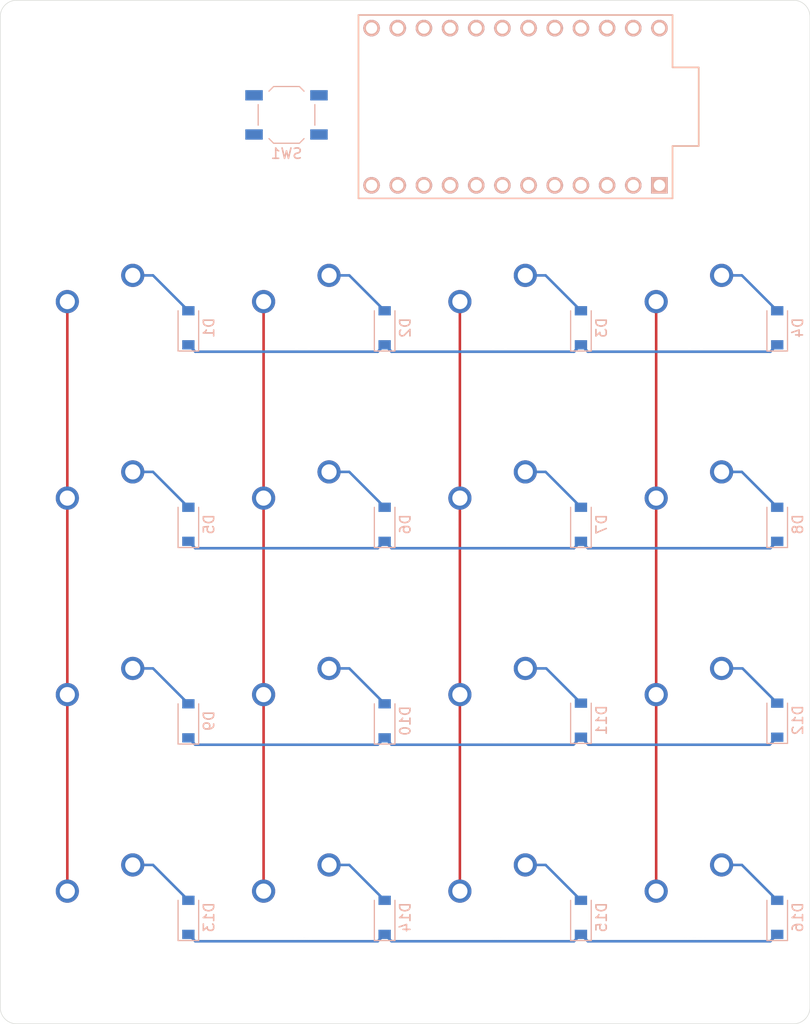
<source format=kicad_pcb>
(kicad_pcb (version 20171130) (host pcbnew "(5.1.10)-1")

  (general
    (thickness 1.6)
    (drawings 8)
    (tracks 73)
    (zones 0)
    (modules 34)
    (nets 49)
  )

  (page A4)
  (layers
    (0 F.Cu signal)
    (31 B.Cu signal)
    (32 B.Adhes user)
    (33 F.Adhes user)
    (34 B.Paste user)
    (35 F.Paste user)
    (36 B.SilkS user)
    (37 F.SilkS user)
    (38 B.Mask user)
    (39 F.Mask user)
    (40 Dwgs.User user)
    (41 Cmts.User user)
    (42 Eco1.User user)
    (43 Eco2.User user)
    (44 Edge.Cuts user)
    (45 Margin user)
    (46 B.CrtYd user)
    (47 F.CrtYd user)
    (48 B.Fab user)
    (49 F.Fab user)
  )

  (setup
    (last_trace_width 0.25)
    (trace_clearance 0.2)
    (zone_clearance 0.508)
    (zone_45_only no)
    (trace_min 0.2)
    (via_size 0.8)
    (via_drill 0.4)
    (via_min_size 0.4)
    (via_min_drill 0.3)
    (uvia_size 0.3)
    (uvia_drill 0.1)
    (uvias_allowed no)
    (uvia_min_size 0.2)
    (uvia_min_drill 0.1)
    (edge_width 0.05)
    (segment_width 0.2)
    (pcb_text_width 0.3)
    (pcb_text_size 1.5 1.5)
    (mod_edge_width 0.12)
    (mod_text_size 1 1)
    (mod_text_width 0.15)
    (pad_size 1.524 1.524)
    (pad_drill 0.762)
    (pad_to_mask_clearance 0)
    (aux_axis_origin 0 0)
    (visible_elements FFFFFF7F)
    (pcbplotparams
      (layerselection 0x010fc_ffffffff)
      (usegerberextensions false)
      (usegerberattributes true)
      (usegerberadvancedattributes true)
      (creategerberjobfile true)
      (excludeedgelayer true)
      (linewidth 0.100000)
      (plotframeref false)
      (viasonmask false)
      (mode 1)
      (useauxorigin false)
      (hpglpennumber 1)
      (hpglpenspeed 20)
      (hpglpendiameter 15.000000)
      (psnegative false)
      (psa4output false)
      (plotreference true)
      (plotvalue true)
      (plotinvisibletext false)
      (padsonsilk false)
      (subtractmaskfromsilk false)
      (outputformat 1)
      (mirror false)
      (drillshape 1)
      (scaleselection 1)
      (outputdirectory ""))
  )

  (net 0 "")
  (net 1 "Net-(D1-Pad2)")
  (net 2 /row0)
  (net 3 "Net-(D2-Pad2)")
  (net 4 "Net-(D3-Pad2)")
  (net 5 "Net-(D4-Pad2)")
  (net 6 "Net-(D5-Pad2)")
  (net 7 /row1)
  (net 8 "Net-(D6-Pad2)")
  (net 9 "Net-(D7-Pad2)")
  (net 10 "Net-(D8-Pad2)")
  (net 11 "Net-(D9-Pad2)")
  (net 12 /row2)
  (net 13 "Net-(D10-Pad2)")
  (net 14 "Net-(D11-Pad2)")
  (net 15 "Net-(D12-Pad2)")
  (net 16 "Net-(D13-Pad2)")
  (net 17 /row3)
  (net 18 "Net-(D14-Pad2)")
  (net 19 "Net-(D15-Pad2)")
  (net 20 "Net-(D16-Pad2)")
  (net 21 /col0)
  (net 22 /col1)
  (net 23 /col2)
  (net 24 /col3)
  (net 25 GND)
  (net 26 "Net-(SW1-Pad1)")
  (net 27 "Net-(U1-Pad24)")
  (net 28 "Net-(U1-Pad21)")
  (net 29 "Net-(U1-Pad20)")
  (net 30 "Net-(U1-Pad19)")
  (net 31 "Net-(U1-Pad18)")
  (net 32 "Net-(U1-Pad17)")
  (net 33 "Net-(U1-Pad16)")
  (net 34 "Net-(U1-Pad15)")
  (net 35 "Net-(U1-Pad14)")
  (net 36 "Net-(U1-Pad13)")
  (net 37 "Net-(U1-Pad12)")
  (net 38 "Net-(U1-Pad11)")
  (net 39 "Net-(U1-Pad10)")
  (net 40 "Net-(U1-Pad9)")
  (net 41 "Net-(U1-Pad8)")
  (net 42 "Net-(U1-Pad7)")
  (net 43 "Net-(U1-Pad6)")
  (net 44 "Net-(U1-Pad5)")
  (net 45 "Net-(U1-Pad4)")
  (net 46 "Net-(U1-Pad3)")
  (net 47 "Net-(U1-Pad2)")
  (net 48 "Net-(U1-Pad1)")

  (net_class Default "This is the default net class."
    (clearance 0.2)
    (trace_width 0.25)
    (via_dia 0.8)
    (via_drill 0.4)
    (uvia_dia 0.3)
    (uvia_drill 0.1)
    (add_net /col0)
    (add_net /col1)
    (add_net /col2)
    (add_net /col3)
    (add_net /row0)
    (add_net /row1)
    (add_net /row2)
    (add_net /row3)
    (add_net GND)
    (add_net "Net-(D1-Pad2)")
    (add_net "Net-(D10-Pad2)")
    (add_net "Net-(D11-Pad2)")
    (add_net "Net-(D12-Pad2)")
    (add_net "Net-(D13-Pad2)")
    (add_net "Net-(D14-Pad2)")
    (add_net "Net-(D15-Pad2)")
    (add_net "Net-(D16-Pad2)")
    (add_net "Net-(D2-Pad2)")
    (add_net "Net-(D3-Pad2)")
    (add_net "Net-(D4-Pad2)")
    (add_net "Net-(D5-Pad2)")
    (add_net "Net-(D6-Pad2)")
    (add_net "Net-(D7-Pad2)")
    (add_net "Net-(D8-Pad2)")
    (add_net "Net-(D9-Pad2)")
    (add_net "Net-(SW1-Pad1)")
    (add_net "Net-(U1-Pad1)")
    (add_net "Net-(U1-Pad10)")
    (add_net "Net-(U1-Pad11)")
    (add_net "Net-(U1-Pad12)")
    (add_net "Net-(U1-Pad13)")
    (add_net "Net-(U1-Pad14)")
    (add_net "Net-(U1-Pad15)")
    (add_net "Net-(U1-Pad16)")
    (add_net "Net-(U1-Pad17)")
    (add_net "Net-(U1-Pad18)")
    (add_net "Net-(U1-Pad19)")
    (add_net "Net-(U1-Pad2)")
    (add_net "Net-(U1-Pad20)")
    (add_net "Net-(U1-Pad21)")
    (add_net "Net-(U1-Pad24)")
    (add_net "Net-(U1-Pad3)")
    (add_net "Net-(U1-Pad4)")
    (add_net "Net-(U1-Pad5)")
    (add_net "Net-(U1-Pad6)")
    (add_net "Net-(U1-Pad7)")
    (add_net "Net-(U1-Pad8)")
    (add_net "Net-(U1-Pad9)")
  )

  (module Diode_SMD:D_SOD-123 (layer B.Cu) (tedit 58645DC7) (tstamp 60AAE6F7)
    (at 167.48125 120.65 90)
    (descr SOD-123)
    (tags SOD-123)
    (path /61ABF776)
    (attr smd)
    (fp_text reference D16 (at 0 2 90) (layer B.SilkS)
      (effects (font (size 1 1) (thickness 0.15)) (justify mirror))
    )
    (fp_text value D_Small (at 0 -2.1 90) (layer B.Fab)
      (effects (font (size 1 1) (thickness 0.15)) (justify mirror))
    )
    (fp_text user %R (at 0 2 90) (layer B.Fab)
      (effects (font (size 1 1) (thickness 0.15)) (justify mirror))
    )
    (fp_line (start -2.25 1) (end -2.25 -1) (layer B.SilkS) (width 0.12))
    (fp_line (start 0.25 0) (end 0.75 0) (layer B.Fab) (width 0.1))
    (fp_line (start 0.25 -0.4) (end -0.35 0) (layer B.Fab) (width 0.1))
    (fp_line (start 0.25 0.4) (end 0.25 -0.4) (layer B.Fab) (width 0.1))
    (fp_line (start -0.35 0) (end 0.25 0.4) (layer B.Fab) (width 0.1))
    (fp_line (start -0.35 0) (end -0.35 -0.55) (layer B.Fab) (width 0.1))
    (fp_line (start -0.35 0) (end -0.35 0.55) (layer B.Fab) (width 0.1))
    (fp_line (start -0.75 0) (end -0.35 0) (layer B.Fab) (width 0.1))
    (fp_line (start -1.4 -0.9) (end -1.4 0.9) (layer B.Fab) (width 0.1))
    (fp_line (start 1.4 -0.9) (end -1.4 -0.9) (layer B.Fab) (width 0.1))
    (fp_line (start 1.4 0.9) (end 1.4 -0.9) (layer B.Fab) (width 0.1))
    (fp_line (start -1.4 0.9) (end 1.4 0.9) (layer B.Fab) (width 0.1))
    (fp_line (start -2.35 1.15) (end 2.35 1.15) (layer B.CrtYd) (width 0.05))
    (fp_line (start 2.35 1.15) (end 2.35 -1.15) (layer B.CrtYd) (width 0.05))
    (fp_line (start 2.35 -1.15) (end -2.35 -1.15) (layer B.CrtYd) (width 0.05))
    (fp_line (start -2.35 1.15) (end -2.35 -1.15) (layer B.CrtYd) (width 0.05))
    (fp_line (start -2.25 -1) (end 1.65 -1) (layer B.SilkS) (width 0.12))
    (fp_line (start -2.25 1) (end 1.65 1) (layer B.SilkS) (width 0.12))
    (pad 2 smd rect (at 1.65 0 90) (size 0.9 1.2) (layers B.Cu B.Paste B.Mask)
      (net 20 "Net-(D16-Pad2)"))
    (pad 1 smd rect (at -1.65 0 90) (size 0.9 1.2) (layers B.Cu B.Paste B.Mask)
      (net 17 /row3))
    (model ${KISYS3DMOD}/Diode_SMD.3dshapes/D_SOD-123.wrl
      (at (xyz 0 0 0))
      (scale (xyz 1 1 1))
      (rotate (xyz 0 0 0))
    )
  )

  (module promicro:ProMicro (layer B.Cu) (tedit 5A06A962) (tstamp 60AAE8A9)
    (at 142.08125 42.06875 180)
    (descr "Pro Micro footprint")
    (tags "promicro ProMicro")
    (path /61A526B2)
    (fp_text reference U1 (at 0 10.16) (layer B.SilkS) hide
      (effects (font (size 1 1) (thickness 0.15)) (justify mirror))
    )
    (fp_text value ProMicro (at 0 -10.16) (layer B.Fab)
      (effects (font (size 1 1) (thickness 0.15)) (justify mirror))
    )
    (fp_line (start 15.24 8.89) (end 15.24 -8.89) (layer F.SilkS) (width 0.15))
    (fp_line (start 15.24 -8.89) (end -15.24 -8.89) (layer F.SilkS) (width 0.15))
    (fp_line (start -15.24 -8.89) (end -15.24 -3.81) (layer F.SilkS) (width 0.15))
    (fp_line (start -15.24 -3.81) (end -17.78 -3.81) (layer F.SilkS) (width 0.15))
    (fp_line (start -17.78 -3.81) (end -17.78 3.81) (layer F.SilkS) (width 0.15))
    (fp_line (start -17.78 3.81) (end -15.24 3.81) (layer F.SilkS) (width 0.15))
    (fp_line (start -15.24 3.81) (end -15.24 8.89) (layer F.SilkS) (width 0.15))
    (fp_line (start -15.24 8.89) (end 15.24 8.89) (layer F.SilkS) (width 0.15))
    (fp_line (start -15.24 -8.89) (end 15.24 -8.89) (layer B.SilkS) (width 0.15))
    (fp_line (start -15.24 -8.89) (end -15.24 -3.81) (layer B.SilkS) (width 0.15))
    (fp_line (start -15.24 -3.81) (end -17.78 -3.81) (layer B.SilkS) (width 0.15))
    (fp_line (start -17.78 -3.81) (end -17.78 3.81) (layer B.SilkS) (width 0.15))
    (fp_line (start -17.78 3.81) (end -15.24 3.81) (layer B.SilkS) (width 0.15))
    (fp_line (start -15.24 3.81) (end -15.24 8.89) (layer B.SilkS) (width 0.15))
    (fp_line (start -15.24 8.89) (end 15.24 8.89) (layer B.SilkS) (width 0.15))
    (fp_line (start 15.24 8.89) (end 15.24 -8.89) (layer B.SilkS) (width 0.15))
    (pad 24 thru_hole circle (at -13.97 7.62 180) (size 1.6 1.6) (drill 1.1) (layers *.Cu *.Mask B.SilkS)
      (net 27 "Net-(U1-Pad24)"))
    (pad 23 thru_hole circle (at -11.43 7.62 180) (size 1.6 1.6) (drill 1.1) (layers *.Cu *.Mask B.SilkS)
      (net 25 GND))
    (pad 22 thru_hole circle (at -8.89 7.62 180) (size 1.6 1.6) (drill 1.1) (layers *.Cu *.Mask B.SilkS)
      (net 26 "Net-(SW1-Pad1)"))
    (pad 21 thru_hole circle (at -6.35 7.62 180) (size 1.6 1.6) (drill 1.1) (layers *.Cu *.Mask B.SilkS)
      (net 28 "Net-(U1-Pad21)"))
    (pad 20 thru_hole circle (at -3.81 7.62 180) (size 1.6 1.6) (drill 1.1) (layers *.Cu *.Mask B.SilkS)
      (net 29 "Net-(U1-Pad20)"))
    (pad 19 thru_hole circle (at -1.27 7.62 180) (size 1.6 1.6) (drill 1.1) (layers *.Cu *.Mask B.SilkS)
      (net 30 "Net-(U1-Pad19)"))
    (pad 18 thru_hole circle (at 1.27 7.62 180) (size 1.6 1.6) (drill 1.1) (layers *.Cu *.Mask B.SilkS)
      (net 31 "Net-(U1-Pad18)"))
    (pad 17 thru_hole circle (at 3.81 7.62 180) (size 1.6 1.6) (drill 1.1) (layers *.Cu *.Mask B.SilkS)
      (net 32 "Net-(U1-Pad17)"))
    (pad 16 thru_hole circle (at 6.35 7.62 180) (size 1.6 1.6) (drill 1.1) (layers *.Cu *.Mask B.SilkS)
      (net 33 "Net-(U1-Pad16)"))
    (pad 15 thru_hole circle (at 8.89 7.62 180) (size 1.6 1.6) (drill 1.1) (layers *.Cu *.Mask B.SilkS)
      (net 34 "Net-(U1-Pad15)"))
    (pad 14 thru_hole circle (at 11.43 7.62 180) (size 1.6 1.6) (drill 1.1) (layers *.Cu *.Mask B.SilkS)
      (net 35 "Net-(U1-Pad14)"))
    (pad 13 thru_hole circle (at 13.97 7.62 180) (size 1.6 1.6) (drill 1.1) (layers *.Cu *.Mask B.SilkS)
      (net 36 "Net-(U1-Pad13)"))
    (pad 12 thru_hole circle (at 13.97 -7.62 180) (size 1.6 1.6) (drill 1.1) (layers *.Cu *.Mask B.SilkS)
      (net 37 "Net-(U1-Pad12)"))
    (pad 11 thru_hole circle (at 11.43 -7.62 180) (size 1.6 1.6) (drill 1.1) (layers *.Cu *.Mask B.SilkS)
      (net 38 "Net-(U1-Pad11)"))
    (pad 10 thru_hole circle (at 8.89 -7.62 180) (size 1.6 1.6) (drill 1.1) (layers *.Cu *.Mask B.SilkS)
      (net 39 "Net-(U1-Pad10)"))
    (pad 9 thru_hole circle (at 6.35 -7.62 180) (size 1.6 1.6) (drill 1.1) (layers *.Cu *.Mask B.SilkS)
      (net 40 "Net-(U1-Pad9)"))
    (pad 8 thru_hole circle (at 3.81 -7.62 180) (size 1.6 1.6) (drill 1.1) (layers *.Cu *.Mask B.SilkS)
      (net 41 "Net-(U1-Pad8)"))
    (pad 7 thru_hole circle (at 1.27 -7.62 180) (size 1.6 1.6) (drill 1.1) (layers *.Cu *.Mask B.SilkS)
      (net 42 "Net-(U1-Pad7)"))
    (pad 6 thru_hole circle (at -1.27 -7.62 180) (size 1.6 1.6) (drill 1.1) (layers *.Cu *.Mask B.SilkS)
      (net 43 "Net-(U1-Pad6)"))
    (pad 5 thru_hole circle (at -3.81 -7.62 180) (size 1.6 1.6) (drill 1.1) (layers *.Cu *.Mask B.SilkS)
      (net 44 "Net-(U1-Pad5)"))
    (pad 4 thru_hole circle (at -6.35 -7.62 180) (size 1.6 1.6) (drill 1.1) (layers *.Cu *.Mask B.SilkS)
      (net 45 "Net-(U1-Pad4)"))
    (pad 3 thru_hole circle (at -8.89 -7.62 180) (size 1.6 1.6) (drill 1.1) (layers *.Cu *.Mask B.SilkS)
      (net 46 "Net-(U1-Pad3)"))
    (pad 2 thru_hole circle (at -11.43 -7.62 180) (size 1.6 1.6) (drill 1.1) (layers *.Cu *.Mask B.SilkS)
      (net 47 "Net-(U1-Pad2)"))
    (pad 1 thru_hole rect (at -13.97 -7.62 180) (size 1.6 1.6) (drill 1.1) (layers *.Cu *.Mask B.SilkS)
      (net 48 "Net-(U1-Pad1)"))
  )

  (module Button_Switch_SMD:SW_SPST_TL3342 (layer B.Cu) (tedit 5A02FC95) (tstamp 60AAE87D)
    (at 119.85625 42.8625)
    (descr "Low-profile SMD Tactile Switch, https://www.e-switch.com/system/asset/product_line/data_sheet/165/TL3342.pdf")
    (tags "SPST Tactile Switch")
    (path /61AD0DE1)
    (attr smd)
    (fp_text reference SW1 (at 0 3.75) (layer B.SilkS)
      (effects (font (size 1 1) (thickness 0.15)) (justify mirror))
    )
    (fp_text value SW_PUSH (at 0 -3.75) (layer B.Fab)
      (effects (font (size 1 1) (thickness 0.15)) (justify mirror))
    )
    (fp_text user %R (at 0 3.75) (layer B.Fab)
      (effects (font (size 1 1) (thickness 0.15)) (justify mirror))
    )
    (fp_line (start 3.2 -2.1) (end 3.2 -1.6) (layer B.Fab) (width 0.1))
    (fp_line (start 3.2 2.1) (end 3.2 1.6) (layer B.Fab) (width 0.1))
    (fp_line (start -3.2 -2.1) (end -3.2 -1.6) (layer B.Fab) (width 0.1))
    (fp_line (start -3.2 2.1) (end -3.2 1.6) (layer B.Fab) (width 0.1))
    (fp_line (start 2.7 2.1) (end 2.7 1.6) (layer B.Fab) (width 0.1))
    (fp_line (start 1.7 2.1) (end 3.2 2.1) (layer B.Fab) (width 0.1))
    (fp_line (start 3.2 1.6) (end 2.2 1.6) (layer B.Fab) (width 0.1))
    (fp_line (start -2.7 2.1) (end -2.7 1.6) (layer B.Fab) (width 0.1))
    (fp_line (start -1.7 2.1) (end -3.2 2.1) (layer B.Fab) (width 0.1))
    (fp_line (start -3.2 1.6) (end -2.2 1.6) (layer B.Fab) (width 0.1))
    (fp_line (start -2.7 -2.1) (end -2.7 -1.6) (layer B.Fab) (width 0.1))
    (fp_line (start -3.2 -1.6) (end -2.2 -1.6) (layer B.Fab) (width 0.1))
    (fp_line (start -1.7 -2.1) (end -3.2 -2.1) (layer B.Fab) (width 0.1))
    (fp_line (start 1.7 -2.1) (end 3.2 -2.1) (layer B.Fab) (width 0.1))
    (fp_line (start 2.7 -2.1) (end 2.7 -1.6) (layer B.Fab) (width 0.1))
    (fp_line (start 3.2 -1.6) (end 2.2 -1.6) (layer B.Fab) (width 0.1))
    (fp_line (start -1.7 -2.3) (end -1.25 -2.75) (layer B.SilkS) (width 0.12))
    (fp_line (start 1.7 -2.3) (end 1.25 -2.75) (layer B.SilkS) (width 0.12))
    (fp_line (start 1.7 2.3) (end 1.25 2.75) (layer B.SilkS) (width 0.12))
    (fp_line (start -1.7 2.3) (end -1.25 2.75) (layer B.SilkS) (width 0.12))
    (fp_line (start -2 1) (end -1 2) (layer B.Fab) (width 0.1))
    (fp_line (start -1 2) (end 1 2) (layer B.Fab) (width 0.1))
    (fp_line (start 1 2) (end 2 1) (layer B.Fab) (width 0.1))
    (fp_line (start 2 1) (end 2 -1) (layer B.Fab) (width 0.1))
    (fp_line (start 2 -1) (end 1 -2) (layer B.Fab) (width 0.1))
    (fp_line (start 1 -2) (end -1 -2) (layer B.Fab) (width 0.1))
    (fp_line (start -1 -2) (end -2 -1) (layer B.Fab) (width 0.1))
    (fp_line (start -2 -1) (end -2 1) (layer B.Fab) (width 0.1))
    (fp_line (start 2.75 1) (end 2.75 -1) (layer B.SilkS) (width 0.12))
    (fp_line (start -1.25 -2.75) (end 1.25 -2.75) (layer B.SilkS) (width 0.12))
    (fp_line (start -2.75 1) (end -2.75 -1) (layer B.SilkS) (width 0.12))
    (fp_line (start -1.25 2.75) (end 1.25 2.75) (layer B.SilkS) (width 0.12))
    (fp_line (start -2.6 1.2) (end -2.6 -1.2) (layer B.Fab) (width 0.1))
    (fp_line (start -2.6 -1.2) (end -1.2 -2.6) (layer B.Fab) (width 0.1))
    (fp_line (start -1.2 -2.6) (end 1.2 -2.6) (layer B.Fab) (width 0.1))
    (fp_line (start 1.2 -2.6) (end 2.6 -1.2) (layer B.Fab) (width 0.1))
    (fp_line (start 2.6 -1.2) (end 2.6 1.2) (layer B.Fab) (width 0.1))
    (fp_line (start 2.6 1.2) (end 1.2 2.6) (layer B.Fab) (width 0.1))
    (fp_line (start 1.2 2.6) (end -1.2 2.6) (layer B.Fab) (width 0.1))
    (fp_line (start -1.2 2.6) (end -2.6 1.2) (layer B.Fab) (width 0.1))
    (fp_line (start -4.25 3) (end 4.25 3) (layer B.CrtYd) (width 0.05))
    (fp_line (start 4.25 3) (end 4.25 -3) (layer B.CrtYd) (width 0.05))
    (fp_line (start 4.25 -3) (end -4.25 -3) (layer B.CrtYd) (width 0.05))
    (fp_line (start -4.25 -3) (end -4.25 3) (layer B.CrtYd) (width 0.05))
    (fp_circle (center 0 0) (end 1 0) (layer B.Fab) (width 0.1))
    (pad 2 smd rect (at 3.15 -1.9) (size 1.7 1) (layers B.Cu B.Paste B.Mask)
      (net 25 GND))
    (pad 2 smd rect (at -3.15 -1.9) (size 1.7 1) (layers B.Cu B.Paste B.Mask)
      (net 25 GND))
    (pad 1 smd rect (at 3.15 1.9) (size 1.7 1) (layers B.Cu B.Paste B.Mask)
      (net 26 "Net-(SW1-Pad1)"))
    (pad 1 smd rect (at -3.15 1.9) (size 1.7 1) (layers B.Cu B.Paste B.Mask)
      (net 26 "Net-(SW1-Pad1)"))
    (model ${KISYS3DMOD}/Button_Switch_SMD.3dshapes/SW_SPST_TL3342.wrl
      (at (xyz 0 0 0))
      (scale (xyz 1 1 1))
      (rotate (xyz 0 0 0))
    )
  )

  (module MX_Only:MXOnly-1U-NoLED (layer F.Cu) (tedit 5BD3C6C7) (tstamp 60AAE847)
    (at 159.54375 120.65)
    (path /61ABF770)
    (fp_text reference MX16 (at 0 3.175) (layer Dwgs.User)
      (effects (font (size 1 1) (thickness 0.15)))
    )
    (fp_text value MX-NoLED (at 0 -7.9375) (layer Dwgs.User)
      (effects (font (size 1 1) (thickness 0.15)))
    )
    (fp_line (start -9.525 9.525) (end -9.525 -9.525) (layer Dwgs.User) (width 0.15))
    (fp_line (start 9.525 9.525) (end -9.525 9.525) (layer Dwgs.User) (width 0.15))
    (fp_line (start 9.525 -9.525) (end 9.525 9.525) (layer Dwgs.User) (width 0.15))
    (fp_line (start -9.525 -9.525) (end 9.525 -9.525) (layer Dwgs.User) (width 0.15))
    (fp_line (start -7 -7) (end -7 -5) (layer Dwgs.User) (width 0.15))
    (fp_line (start -5 -7) (end -7 -7) (layer Dwgs.User) (width 0.15))
    (fp_line (start -7 7) (end -5 7) (layer Dwgs.User) (width 0.15))
    (fp_line (start -7 5) (end -7 7) (layer Dwgs.User) (width 0.15))
    (fp_line (start 7 7) (end 7 5) (layer Dwgs.User) (width 0.15))
    (fp_line (start 5 7) (end 7 7) (layer Dwgs.User) (width 0.15))
    (fp_line (start 7 -7) (end 7 -5) (layer Dwgs.User) (width 0.15))
    (fp_line (start 5 -7) (end 7 -7) (layer Dwgs.User) (width 0.15))
    (pad 2 thru_hole circle (at 2.54 -5.08) (size 2.25 2.25) (drill 1.47) (layers *.Cu B.Mask)
      (net 20 "Net-(D16-Pad2)"))
    (pad "" np_thru_hole circle (at 0 0) (size 3.9878 3.9878) (drill 3.9878) (layers *.Cu *.Mask))
    (pad 1 thru_hole circle (at -3.81 -2.54) (size 2.25 2.25) (drill 1.47) (layers *.Cu B.Mask)
      (net 24 /col3))
    (pad "" np_thru_hole circle (at -5.08 0 48.0996) (size 1.75 1.75) (drill 1.75) (layers *.Cu *.Mask))
    (pad "" np_thru_hole circle (at 5.08 0 48.0996) (size 1.75 1.75) (drill 1.75) (layers *.Cu *.Mask))
  )

  (module MX_Only:MXOnly-1U-NoLED (layer F.Cu) (tedit 5BD3C6C7) (tstamp 60AAE832)
    (at 140.49375 120.65)
    (path /61ABF763)
    (fp_text reference MX15 (at 0 3.175) (layer Dwgs.User)
      (effects (font (size 1 1) (thickness 0.15)))
    )
    (fp_text value MX-NoLED (at 0 -7.9375) (layer Dwgs.User)
      (effects (font (size 1 1) (thickness 0.15)))
    )
    (fp_line (start -9.525 9.525) (end -9.525 -9.525) (layer Dwgs.User) (width 0.15))
    (fp_line (start 9.525 9.525) (end -9.525 9.525) (layer Dwgs.User) (width 0.15))
    (fp_line (start 9.525 -9.525) (end 9.525 9.525) (layer Dwgs.User) (width 0.15))
    (fp_line (start -9.525 -9.525) (end 9.525 -9.525) (layer Dwgs.User) (width 0.15))
    (fp_line (start -7 -7) (end -7 -5) (layer Dwgs.User) (width 0.15))
    (fp_line (start -5 -7) (end -7 -7) (layer Dwgs.User) (width 0.15))
    (fp_line (start -7 7) (end -5 7) (layer Dwgs.User) (width 0.15))
    (fp_line (start -7 5) (end -7 7) (layer Dwgs.User) (width 0.15))
    (fp_line (start 7 7) (end 7 5) (layer Dwgs.User) (width 0.15))
    (fp_line (start 5 7) (end 7 7) (layer Dwgs.User) (width 0.15))
    (fp_line (start 7 -7) (end 7 -5) (layer Dwgs.User) (width 0.15))
    (fp_line (start 5 -7) (end 7 -7) (layer Dwgs.User) (width 0.15))
    (pad 2 thru_hole circle (at 2.54 -5.08) (size 2.25 2.25) (drill 1.47) (layers *.Cu B.Mask)
      (net 19 "Net-(D15-Pad2)"))
    (pad "" np_thru_hole circle (at 0 0) (size 3.9878 3.9878) (drill 3.9878) (layers *.Cu *.Mask))
    (pad 1 thru_hole circle (at -3.81 -2.54) (size 2.25 2.25) (drill 1.47) (layers *.Cu B.Mask)
      (net 23 /col2))
    (pad "" np_thru_hole circle (at -5.08 0 48.0996) (size 1.75 1.75) (drill 1.75) (layers *.Cu *.Mask))
    (pad "" np_thru_hole circle (at 5.08 0 48.0996) (size 1.75 1.75) (drill 1.75) (layers *.Cu *.Mask))
  )

  (module MX_Only:MXOnly-1U-NoLED (layer F.Cu) (tedit 5BD3C6C7) (tstamp 60AAE81D)
    (at 121.44375 120.65)
    (path /61AA25C7)
    (fp_text reference MX14 (at 0 3.175) (layer Dwgs.User)
      (effects (font (size 1 1) (thickness 0.15)))
    )
    (fp_text value MX-NoLED (at 0 -7.9375) (layer Dwgs.User)
      (effects (font (size 1 1) (thickness 0.15)))
    )
    (fp_line (start -9.525 9.525) (end -9.525 -9.525) (layer Dwgs.User) (width 0.15))
    (fp_line (start 9.525 9.525) (end -9.525 9.525) (layer Dwgs.User) (width 0.15))
    (fp_line (start 9.525 -9.525) (end 9.525 9.525) (layer Dwgs.User) (width 0.15))
    (fp_line (start -9.525 -9.525) (end 9.525 -9.525) (layer Dwgs.User) (width 0.15))
    (fp_line (start -7 -7) (end -7 -5) (layer Dwgs.User) (width 0.15))
    (fp_line (start -5 -7) (end -7 -7) (layer Dwgs.User) (width 0.15))
    (fp_line (start -7 7) (end -5 7) (layer Dwgs.User) (width 0.15))
    (fp_line (start -7 5) (end -7 7) (layer Dwgs.User) (width 0.15))
    (fp_line (start 7 7) (end 7 5) (layer Dwgs.User) (width 0.15))
    (fp_line (start 5 7) (end 7 7) (layer Dwgs.User) (width 0.15))
    (fp_line (start 7 -7) (end 7 -5) (layer Dwgs.User) (width 0.15))
    (fp_line (start 5 -7) (end 7 -7) (layer Dwgs.User) (width 0.15))
    (pad 2 thru_hole circle (at 2.54 -5.08) (size 2.25 2.25) (drill 1.47) (layers *.Cu B.Mask)
      (net 18 "Net-(D14-Pad2)"))
    (pad "" np_thru_hole circle (at 0 0) (size 3.9878 3.9878) (drill 3.9878) (layers *.Cu *.Mask))
    (pad 1 thru_hole circle (at -3.81 -2.54) (size 2.25 2.25) (drill 1.47) (layers *.Cu B.Mask)
      (net 22 /col1))
    (pad "" np_thru_hole circle (at -5.08 0 48.0996) (size 1.75 1.75) (drill 1.75) (layers *.Cu *.Mask))
    (pad "" np_thru_hole circle (at 5.08 0 48.0996) (size 1.75 1.75) (drill 1.75) (layers *.Cu *.Mask))
  )

  (module MX_Only:MXOnly-1U-NoLED (layer F.Cu) (tedit 5BD3C6C7) (tstamp 60AAE808)
    (at 102.39375 120.65)
    (path /61AA25BA)
    (fp_text reference MX13 (at 0 3.175) (layer Dwgs.User)
      (effects (font (size 1 1) (thickness 0.15)))
    )
    (fp_text value MX-NoLED (at 0 -7.9375) (layer Dwgs.User)
      (effects (font (size 1 1) (thickness 0.15)))
    )
    (fp_line (start -9.525 9.525) (end -9.525 -9.525) (layer Dwgs.User) (width 0.15))
    (fp_line (start 9.525 9.525) (end -9.525 9.525) (layer Dwgs.User) (width 0.15))
    (fp_line (start 9.525 -9.525) (end 9.525 9.525) (layer Dwgs.User) (width 0.15))
    (fp_line (start -9.525 -9.525) (end 9.525 -9.525) (layer Dwgs.User) (width 0.15))
    (fp_line (start -7 -7) (end -7 -5) (layer Dwgs.User) (width 0.15))
    (fp_line (start -5 -7) (end -7 -7) (layer Dwgs.User) (width 0.15))
    (fp_line (start -7 7) (end -5 7) (layer Dwgs.User) (width 0.15))
    (fp_line (start -7 5) (end -7 7) (layer Dwgs.User) (width 0.15))
    (fp_line (start 7 7) (end 7 5) (layer Dwgs.User) (width 0.15))
    (fp_line (start 5 7) (end 7 7) (layer Dwgs.User) (width 0.15))
    (fp_line (start 7 -7) (end 7 -5) (layer Dwgs.User) (width 0.15))
    (fp_line (start 5 -7) (end 7 -7) (layer Dwgs.User) (width 0.15))
    (pad 2 thru_hole circle (at 2.54 -5.08) (size 2.25 2.25) (drill 1.47) (layers *.Cu B.Mask)
      (net 16 "Net-(D13-Pad2)"))
    (pad "" np_thru_hole circle (at 0 0) (size 3.9878 3.9878) (drill 3.9878) (layers *.Cu *.Mask))
    (pad 1 thru_hole circle (at -3.81 -2.54) (size 2.25 2.25) (drill 1.47) (layers *.Cu B.Mask)
      (net 21 /col0))
    (pad "" np_thru_hole circle (at -5.08 0 48.0996) (size 1.75 1.75) (drill 1.75) (layers *.Cu *.Mask))
    (pad "" np_thru_hole circle (at 5.08 0 48.0996) (size 1.75 1.75) (drill 1.75) (layers *.Cu *.Mask))
  )

  (module MX_Only:MXOnly-1U-NoLED (layer F.Cu) (tedit 5BD3C6C7) (tstamp 60AAE7F3)
    (at 159.54375 101.6)
    (path /61ABF756)
    (fp_text reference MX12 (at 0 3.175) (layer Dwgs.User)
      (effects (font (size 1 1) (thickness 0.15)))
    )
    (fp_text value MX-NoLED (at 0 -7.9375) (layer Dwgs.User)
      (effects (font (size 1 1) (thickness 0.15)))
    )
    (fp_line (start -9.525 9.525) (end -9.525 -9.525) (layer Dwgs.User) (width 0.15))
    (fp_line (start 9.525 9.525) (end -9.525 9.525) (layer Dwgs.User) (width 0.15))
    (fp_line (start 9.525 -9.525) (end 9.525 9.525) (layer Dwgs.User) (width 0.15))
    (fp_line (start -9.525 -9.525) (end 9.525 -9.525) (layer Dwgs.User) (width 0.15))
    (fp_line (start -7 -7) (end -7 -5) (layer Dwgs.User) (width 0.15))
    (fp_line (start -5 -7) (end -7 -7) (layer Dwgs.User) (width 0.15))
    (fp_line (start -7 7) (end -5 7) (layer Dwgs.User) (width 0.15))
    (fp_line (start -7 5) (end -7 7) (layer Dwgs.User) (width 0.15))
    (fp_line (start 7 7) (end 7 5) (layer Dwgs.User) (width 0.15))
    (fp_line (start 5 7) (end 7 7) (layer Dwgs.User) (width 0.15))
    (fp_line (start 7 -7) (end 7 -5) (layer Dwgs.User) (width 0.15))
    (fp_line (start 5 -7) (end 7 -7) (layer Dwgs.User) (width 0.15))
    (pad 2 thru_hole circle (at 2.54 -5.08) (size 2.25 2.25) (drill 1.47) (layers *.Cu B.Mask)
      (net 15 "Net-(D12-Pad2)"))
    (pad "" np_thru_hole circle (at 0 0) (size 3.9878 3.9878) (drill 3.9878) (layers *.Cu *.Mask))
    (pad 1 thru_hole circle (at -3.81 -2.54) (size 2.25 2.25) (drill 1.47) (layers *.Cu B.Mask)
      (net 24 /col3))
    (pad "" np_thru_hole circle (at -5.08 0 48.0996) (size 1.75 1.75) (drill 1.75) (layers *.Cu *.Mask))
    (pad "" np_thru_hole circle (at 5.08 0 48.0996) (size 1.75 1.75) (drill 1.75) (layers *.Cu *.Mask))
  )

  (module MX_Only:MXOnly-1U-NoLED (layer F.Cu) (tedit 5BD3C6C7) (tstamp 60AAE7DE)
    (at 140.49375 101.6)
    (path /61ABF749)
    (fp_text reference MX11 (at 0 3.175) (layer Dwgs.User)
      (effects (font (size 1 1) (thickness 0.15)))
    )
    (fp_text value MX-NoLED (at 0 -7.9375) (layer Dwgs.User)
      (effects (font (size 1 1) (thickness 0.15)))
    )
    (fp_line (start -9.525 9.525) (end -9.525 -9.525) (layer Dwgs.User) (width 0.15))
    (fp_line (start 9.525 9.525) (end -9.525 9.525) (layer Dwgs.User) (width 0.15))
    (fp_line (start 9.525 -9.525) (end 9.525 9.525) (layer Dwgs.User) (width 0.15))
    (fp_line (start -9.525 -9.525) (end 9.525 -9.525) (layer Dwgs.User) (width 0.15))
    (fp_line (start -7 -7) (end -7 -5) (layer Dwgs.User) (width 0.15))
    (fp_line (start -5 -7) (end -7 -7) (layer Dwgs.User) (width 0.15))
    (fp_line (start -7 7) (end -5 7) (layer Dwgs.User) (width 0.15))
    (fp_line (start -7 5) (end -7 7) (layer Dwgs.User) (width 0.15))
    (fp_line (start 7 7) (end 7 5) (layer Dwgs.User) (width 0.15))
    (fp_line (start 5 7) (end 7 7) (layer Dwgs.User) (width 0.15))
    (fp_line (start 7 -7) (end 7 -5) (layer Dwgs.User) (width 0.15))
    (fp_line (start 5 -7) (end 7 -7) (layer Dwgs.User) (width 0.15))
    (pad 2 thru_hole circle (at 2.54 -5.08) (size 2.25 2.25) (drill 1.47) (layers *.Cu B.Mask)
      (net 14 "Net-(D11-Pad2)"))
    (pad "" np_thru_hole circle (at 0 0) (size 3.9878 3.9878) (drill 3.9878) (layers *.Cu *.Mask))
    (pad 1 thru_hole circle (at -3.81 -2.54) (size 2.25 2.25) (drill 1.47) (layers *.Cu B.Mask)
      (net 23 /col2))
    (pad "" np_thru_hole circle (at -5.08 0 48.0996) (size 1.75 1.75) (drill 1.75) (layers *.Cu *.Mask))
    (pad "" np_thru_hole circle (at 5.08 0 48.0996) (size 1.75 1.75) (drill 1.75) (layers *.Cu *.Mask))
  )

  (module MX_Only:MXOnly-1U-NoLED (layer F.Cu) (tedit 5BD3C6C7) (tstamp 60AAF180)
    (at 121.44375 101.6)
    (path /61AA25AD)
    (fp_text reference MX10 (at 0 3.175) (layer Dwgs.User)
      (effects (font (size 1 1) (thickness 0.15)))
    )
    (fp_text value MX-NoLED (at 0 -7.9375) (layer Dwgs.User)
      (effects (font (size 1 1) (thickness 0.15)))
    )
    (fp_line (start -9.525 9.525) (end -9.525 -9.525) (layer Dwgs.User) (width 0.15))
    (fp_line (start 9.525 9.525) (end -9.525 9.525) (layer Dwgs.User) (width 0.15))
    (fp_line (start 9.525 -9.525) (end 9.525 9.525) (layer Dwgs.User) (width 0.15))
    (fp_line (start -9.525 -9.525) (end 9.525 -9.525) (layer Dwgs.User) (width 0.15))
    (fp_line (start -7 -7) (end -7 -5) (layer Dwgs.User) (width 0.15))
    (fp_line (start -5 -7) (end -7 -7) (layer Dwgs.User) (width 0.15))
    (fp_line (start -7 7) (end -5 7) (layer Dwgs.User) (width 0.15))
    (fp_line (start -7 5) (end -7 7) (layer Dwgs.User) (width 0.15))
    (fp_line (start 7 7) (end 7 5) (layer Dwgs.User) (width 0.15))
    (fp_line (start 5 7) (end 7 7) (layer Dwgs.User) (width 0.15))
    (fp_line (start 7 -7) (end 7 -5) (layer Dwgs.User) (width 0.15))
    (fp_line (start 5 -7) (end 7 -7) (layer Dwgs.User) (width 0.15))
    (pad 2 thru_hole circle (at 2.54 -5.08) (size 2.25 2.25) (drill 1.47) (layers *.Cu B.Mask)
      (net 13 "Net-(D10-Pad2)"))
    (pad "" np_thru_hole circle (at 0 0) (size 3.9878 3.9878) (drill 3.9878) (layers *.Cu *.Mask))
    (pad 1 thru_hole circle (at -3.81 -2.54) (size 2.25 2.25) (drill 1.47) (layers *.Cu B.Mask)
      (net 22 /col1))
    (pad "" np_thru_hole circle (at -5.08 0 48.0996) (size 1.75 1.75) (drill 1.75) (layers *.Cu *.Mask))
    (pad "" np_thru_hole circle (at 5.08 0 48.0996) (size 1.75 1.75) (drill 1.75) (layers *.Cu *.Mask))
  )

  (module MX_Only:MXOnly-1U-NoLED (layer F.Cu) (tedit 5BD3C6C7) (tstamp 60AAE7B4)
    (at 102.39375 101.6)
    (path /61AA25A0)
    (fp_text reference MX9 (at 0 3.175) (layer Dwgs.User)
      (effects (font (size 1 1) (thickness 0.15)))
    )
    (fp_text value MX-NoLED (at 0 -7.9375) (layer Dwgs.User)
      (effects (font (size 1 1) (thickness 0.15)))
    )
    (fp_line (start -9.525 9.525) (end -9.525 -9.525) (layer Dwgs.User) (width 0.15))
    (fp_line (start 9.525 9.525) (end -9.525 9.525) (layer Dwgs.User) (width 0.15))
    (fp_line (start 9.525 -9.525) (end 9.525 9.525) (layer Dwgs.User) (width 0.15))
    (fp_line (start -9.525 -9.525) (end 9.525 -9.525) (layer Dwgs.User) (width 0.15))
    (fp_line (start -7 -7) (end -7 -5) (layer Dwgs.User) (width 0.15))
    (fp_line (start -5 -7) (end -7 -7) (layer Dwgs.User) (width 0.15))
    (fp_line (start -7 7) (end -5 7) (layer Dwgs.User) (width 0.15))
    (fp_line (start -7 5) (end -7 7) (layer Dwgs.User) (width 0.15))
    (fp_line (start 7 7) (end 7 5) (layer Dwgs.User) (width 0.15))
    (fp_line (start 5 7) (end 7 7) (layer Dwgs.User) (width 0.15))
    (fp_line (start 7 -7) (end 7 -5) (layer Dwgs.User) (width 0.15))
    (fp_line (start 5 -7) (end 7 -7) (layer Dwgs.User) (width 0.15))
    (pad 2 thru_hole circle (at 2.54 -5.08) (size 2.25 2.25) (drill 1.47) (layers *.Cu B.Mask)
      (net 11 "Net-(D9-Pad2)"))
    (pad "" np_thru_hole circle (at 0 0) (size 3.9878 3.9878) (drill 3.9878) (layers *.Cu *.Mask))
    (pad 1 thru_hole circle (at -3.81 -2.54) (size 2.25 2.25) (drill 1.47) (layers *.Cu B.Mask)
      (net 21 /col0))
    (pad "" np_thru_hole circle (at -5.08 0 48.0996) (size 1.75 1.75) (drill 1.75) (layers *.Cu *.Mask))
    (pad "" np_thru_hole circle (at 5.08 0 48.0996) (size 1.75 1.75) (drill 1.75) (layers *.Cu *.Mask))
  )

  (module MX_Only:MXOnly-1U-NoLED (layer F.Cu) (tedit 5BD3C6C7) (tstamp 60AAE79F)
    (at 159.54375 82.55)
    (path /61AB43CC)
    (fp_text reference MX8 (at 0 3.175) (layer Dwgs.User)
      (effects (font (size 1 1) (thickness 0.15)))
    )
    (fp_text value MX-NoLED (at 0 -7.9375) (layer Dwgs.User)
      (effects (font (size 1 1) (thickness 0.15)))
    )
    (fp_line (start -9.525 9.525) (end -9.525 -9.525) (layer Dwgs.User) (width 0.15))
    (fp_line (start 9.525 9.525) (end -9.525 9.525) (layer Dwgs.User) (width 0.15))
    (fp_line (start 9.525 -9.525) (end 9.525 9.525) (layer Dwgs.User) (width 0.15))
    (fp_line (start -9.525 -9.525) (end 9.525 -9.525) (layer Dwgs.User) (width 0.15))
    (fp_line (start -7 -7) (end -7 -5) (layer Dwgs.User) (width 0.15))
    (fp_line (start -5 -7) (end -7 -7) (layer Dwgs.User) (width 0.15))
    (fp_line (start -7 7) (end -5 7) (layer Dwgs.User) (width 0.15))
    (fp_line (start -7 5) (end -7 7) (layer Dwgs.User) (width 0.15))
    (fp_line (start 7 7) (end 7 5) (layer Dwgs.User) (width 0.15))
    (fp_line (start 5 7) (end 7 7) (layer Dwgs.User) (width 0.15))
    (fp_line (start 7 -7) (end 7 -5) (layer Dwgs.User) (width 0.15))
    (fp_line (start 5 -7) (end 7 -7) (layer Dwgs.User) (width 0.15))
    (pad 2 thru_hole circle (at 2.54 -5.08) (size 2.25 2.25) (drill 1.47) (layers *.Cu B.Mask)
      (net 10 "Net-(D8-Pad2)"))
    (pad "" np_thru_hole circle (at 0 0) (size 3.9878 3.9878) (drill 3.9878) (layers *.Cu *.Mask))
    (pad 1 thru_hole circle (at -3.81 -2.54) (size 2.25 2.25) (drill 1.47) (layers *.Cu B.Mask)
      (net 24 /col3))
    (pad "" np_thru_hole circle (at -5.08 0 48.0996) (size 1.75 1.75) (drill 1.75) (layers *.Cu *.Mask))
    (pad "" np_thru_hole circle (at 5.08 0 48.0996) (size 1.75 1.75) (drill 1.75) (layers *.Cu *.Mask))
  )

  (module MX_Only:MXOnly-1U-NoLED (layer F.Cu) (tedit 5BD3C6C7) (tstamp 60AAE78A)
    (at 140.49375 82.55)
    (path /61AB43BF)
    (fp_text reference MX7 (at 0 3.175) (layer Dwgs.User)
      (effects (font (size 1 1) (thickness 0.15)))
    )
    (fp_text value MX-NoLED (at 0 -7.9375) (layer Dwgs.User)
      (effects (font (size 1 1) (thickness 0.15)))
    )
    (fp_line (start -9.525 9.525) (end -9.525 -9.525) (layer Dwgs.User) (width 0.15))
    (fp_line (start 9.525 9.525) (end -9.525 9.525) (layer Dwgs.User) (width 0.15))
    (fp_line (start 9.525 -9.525) (end 9.525 9.525) (layer Dwgs.User) (width 0.15))
    (fp_line (start -9.525 -9.525) (end 9.525 -9.525) (layer Dwgs.User) (width 0.15))
    (fp_line (start -7 -7) (end -7 -5) (layer Dwgs.User) (width 0.15))
    (fp_line (start -5 -7) (end -7 -7) (layer Dwgs.User) (width 0.15))
    (fp_line (start -7 7) (end -5 7) (layer Dwgs.User) (width 0.15))
    (fp_line (start -7 5) (end -7 7) (layer Dwgs.User) (width 0.15))
    (fp_line (start 7 7) (end 7 5) (layer Dwgs.User) (width 0.15))
    (fp_line (start 5 7) (end 7 7) (layer Dwgs.User) (width 0.15))
    (fp_line (start 7 -7) (end 7 -5) (layer Dwgs.User) (width 0.15))
    (fp_line (start 5 -7) (end 7 -7) (layer Dwgs.User) (width 0.15))
    (pad 2 thru_hole circle (at 2.54 -5.08) (size 2.25 2.25) (drill 1.47) (layers *.Cu B.Mask)
      (net 9 "Net-(D7-Pad2)"))
    (pad "" np_thru_hole circle (at 0 0) (size 3.9878 3.9878) (drill 3.9878) (layers *.Cu *.Mask))
    (pad 1 thru_hole circle (at -3.81 -2.54) (size 2.25 2.25) (drill 1.47) (layers *.Cu B.Mask)
      (net 23 /col2))
    (pad "" np_thru_hole circle (at -5.08 0 48.0996) (size 1.75 1.75) (drill 1.75) (layers *.Cu *.Mask))
    (pad "" np_thru_hole circle (at 5.08 0 48.0996) (size 1.75 1.75) (drill 1.75) (layers *.Cu *.Mask))
  )

  (module MX_Only:MXOnly-1U-NoLED (layer F.Cu) (tedit 5BD3C6C7) (tstamp 60AAEFE7)
    (at 121.44375 82.55)
    (path /61A5EC08)
    (fp_text reference MX6 (at 0 3.175) (layer Dwgs.User)
      (effects (font (size 1 1) (thickness 0.15)))
    )
    (fp_text value MX-NoLED (at 0 -7.9375) (layer Dwgs.User)
      (effects (font (size 1 1) (thickness 0.15)))
    )
    (fp_line (start -9.525 9.525) (end -9.525 -9.525) (layer Dwgs.User) (width 0.15))
    (fp_line (start 9.525 9.525) (end -9.525 9.525) (layer Dwgs.User) (width 0.15))
    (fp_line (start 9.525 -9.525) (end 9.525 9.525) (layer Dwgs.User) (width 0.15))
    (fp_line (start -9.525 -9.525) (end 9.525 -9.525) (layer Dwgs.User) (width 0.15))
    (fp_line (start -7 -7) (end -7 -5) (layer Dwgs.User) (width 0.15))
    (fp_line (start -5 -7) (end -7 -7) (layer Dwgs.User) (width 0.15))
    (fp_line (start -7 7) (end -5 7) (layer Dwgs.User) (width 0.15))
    (fp_line (start -7 5) (end -7 7) (layer Dwgs.User) (width 0.15))
    (fp_line (start 7 7) (end 7 5) (layer Dwgs.User) (width 0.15))
    (fp_line (start 5 7) (end 7 7) (layer Dwgs.User) (width 0.15))
    (fp_line (start 7 -7) (end 7 -5) (layer Dwgs.User) (width 0.15))
    (fp_line (start 5 -7) (end 7 -7) (layer Dwgs.User) (width 0.15))
    (pad 2 thru_hole circle (at 2.54 -5.08) (size 2.25 2.25) (drill 1.47) (layers *.Cu B.Mask)
      (net 8 "Net-(D6-Pad2)"))
    (pad "" np_thru_hole circle (at 0 0) (size 3.9878 3.9878) (drill 3.9878) (layers *.Cu *.Mask))
    (pad 1 thru_hole circle (at -3.81 -2.54) (size 2.25 2.25) (drill 1.47) (layers *.Cu B.Mask)
      (net 22 /col1))
    (pad "" np_thru_hole circle (at -5.08 0 48.0996) (size 1.75 1.75) (drill 1.75) (layers *.Cu *.Mask))
    (pad "" np_thru_hole circle (at 5.08 0 48.0996) (size 1.75 1.75) (drill 1.75) (layers *.Cu *.Mask))
  )

  (module MX_Only:MXOnly-1U-NoLED (layer F.Cu) (tedit 5BD3C6C7) (tstamp 60AAE760)
    (at 102.39375 82.55)
    (path /61A5EBFB)
    (fp_text reference MX5 (at 0 3.175) (layer Dwgs.User)
      (effects (font (size 1 1) (thickness 0.15)))
    )
    (fp_text value MX-NoLED (at 0 -7.9375) (layer Dwgs.User)
      (effects (font (size 1 1) (thickness 0.15)))
    )
    (fp_line (start -9.525 9.525) (end -9.525 -9.525) (layer Dwgs.User) (width 0.15))
    (fp_line (start 9.525 9.525) (end -9.525 9.525) (layer Dwgs.User) (width 0.15))
    (fp_line (start 9.525 -9.525) (end 9.525 9.525) (layer Dwgs.User) (width 0.15))
    (fp_line (start -9.525 -9.525) (end 9.525 -9.525) (layer Dwgs.User) (width 0.15))
    (fp_line (start -7 -7) (end -7 -5) (layer Dwgs.User) (width 0.15))
    (fp_line (start -5 -7) (end -7 -7) (layer Dwgs.User) (width 0.15))
    (fp_line (start -7 7) (end -5 7) (layer Dwgs.User) (width 0.15))
    (fp_line (start -7 5) (end -7 7) (layer Dwgs.User) (width 0.15))
    (fp_line (start 7 7) (end 7 5) (layer Dwgs.User) (width 0.15))
    (fp_line (start 5 7) (end 7 7) (layer Dwgs.User) (width 0.15))
    (fp_line (start 7 -7) (end 7 -5) (layer Dwgs.User) (width 0.15))
    (fp_line (start 5 -7) (end 7 -7) (layer Dwgs.User) (width 0.15))
    (pad 2 thru_hole circle (at 2.54 -5.08) (size 2.25 2.25) (drill 1.47) (layers *.Cu B.Mask)
      (net 6 "Net-(D5-Pad2)"))
    (pad "" np_thru_hole circle (at 0 0) (size 3.9878 3.9878) (drill 3.9878) (layers *.Cu *.Mask))
    (pad 1 thru_hole circle (at -3.81 -2.54) (size 2.25 2.25) (drill 1.47) (layers *.Cu B.Mask)
      (net 21 /col0))
    (pad "" np_thru_hole circle (at -5.08 0 48.0996) (size 1.75 1.75) (drill 1.75) (layers *.Cu *.Mask))
    (pad "" np_thru_hole circle (at 5.08 0 48.0996) (size 1.75 1.75) (drill 1.75) (layers *.Cu *.Mask))
  )

  (module MX_Only:MXOnly-1U-NoLED (layer F.Cu) (tedit 5BD3C6C7) (tstamp 60AAE74B)
    (at 159.54375 63.5)
    (path /61AB43B2)
    (fp_text reference MX4 (at 0 3.175) (layer Dwgs.User)
      (effects (font (size 1 1) (thickness 0.15)))
    )
    (fp_text value MX-NoLED (at 0 -7.9375) (layer Dwgs.User)
      (effects (font (size 1 1) (thickness 0.15)))
    )
    (fp_line (start -9.525 9.525) (end -9.525 -9.525) (layer Dwgs.User) (width 0.15))
    (fp_line (start 9.525 9.525) (end -9.525 9.525) (layer Dwgs.User) (width 0.15))
    (fp_line (start 9.525 -9.525) (end 9.525 9.525) (layer Dwgs.User) (width 0.15))
    (fp_line (start -9.525 -9.525) (end 9.525 -9.525) (layer Dwgs.User) (width 0.15))
    (fp_line (start -7 -7) (end -7 -5) (layer Dwgs.User) (width 0.15))
    (fp_line (start -5 -7) (end -7 -7) (layer Dwgs.User) (width 0.15))
    (fp_line (start -7 7) (end -5 7) (layer Dwgs.User) (width 0.15))
    (fp_line (start -7 5) (end -7 7) (layer Dwgs.User) (width 0.15))
    (fp_line (start 7 7) (end 7 5) (layer Dwgs.User) (width 0.15))
    (fp_line (start 5 7) (end 7 7) (layer Dwgs.User) (width 0.15))
    (fp_line (start 7 -7) (end 7 -5) (layer Dwgs.User) (width 0.15))
    (fp_line (start 5 -7) (end 7 -7) (layer Dwgs.User) (width 0.15))
    (pad 2 thru_hole circle (at 2.54 -5.08) (size 2.25 2.25) (drill 1.47) (layers *.Cu B.Mask)
      (net 5 "Net-(D4-Pad2)"))
    (pad "" np_thru_hole circle (at 0 0) (size 3.9878 3.9878) (drill 3.9878) (layers *.Cu *.Mask))
    (pad 1 thru_hole circle (at -3.81 -2.54) (size 2.25 2.25) (drill 1.47) (layers *.Cu B.Mask)
      (net 24 /col3))
    (pad "" np_thru_hole circle (at -5.08 0 48.0996) (size 1.75 1.75) (drill 1.75) (layers *.Cu *.Mask))
    (pad "" np_thru_hole circle (at 5.08 0 48.0996) (size 1.75 1.75) (drill 1.75) (layers *.Cu *.Mask))
  )

  (module MX_Only:MXOnly-1U-NoLED (layer F.Cu) (tedit 5BD3C6C7) (tstamp 60AAE736)
    (at 140.49375 63.5)
    (path /61AB43A5)
    (fp_text reference MX3 (at 0 3.175) (layer Dwgs.User)
      (effects (font (size 1 1) (thickness 0.15)))
    )
    (fp_text value MX-NoLED (at 0 -7.9375) (layer Dwgs.User)
      (effects (font (size 1 1) (thickness 0.15)))
    )
    (fp_line (start -9.525 9.525) (end -9.525 -9.525) (layer Dwgs.User) (width 0.15))
    (fp_line (start 9.525 9.525) (end -9.525 9.525) (layer Dwgs.User) (width 0.15))
    (fp_line (start 9.525 -9.525) (end 9.525 9.525) (layer Dwgs.User) (width 0.15))
    (fp_line (start -9.525 -9.525) (end 9.525 -9.525) (layer Dwgs.User) (width 0.15))
    (fp_line (start -7 -7) (end -7 -5) (layer Dwgs.User) (width 0.15))
    (fp_line (start -5 -7) (end -7 -7) (layer Dwgs.User) (width 0.15))
    (fp_line (start -7 7) (end -5 7) (layer Dwgs.User) (width 0.15))
    (fp_line (start -7 5) (end -7 7) (layer Dwgs.User) (width 0.15))
    (fp_line (start 7 7) (end 7 5) (layer Dwgs.User) (width 0.15))
    (fp_line (start 5 7) (end 7 7) (layer Dwgs.User) (width 0.15))
    (fp_line (start 7 -7) (end 7 -5) (layer Dwgs.User) (width 0.15))
    (fp_line (start 5 -7) (end 7 -7) (layer Dwgs.User) (width 0.15))
    (pad 2 thru_hole circle (at 2.54 -5.08) (size 2.25 2.25) (drill 1.47) (layers *.Cu B.Mask)
      (net 4 "Net-(D3-Pad2)"))
    (pad "" np_thru_hole circle (at 0 0) (size 3.9878 3.9878) (drill 3.9878) (layers *.Cu *.Mask))
    (pad 1 thru_hole circle (at -3.81 -2.54) (size 2.25 2.25) (drill 1.47) (layers *.Cu B.Mask)
      (net 23 /col2))
    (pad "" np_thru_hole circle (at -5.08 0 48.0996) (size 1.75 1.75) (drill 1.75) (layers *.Cu *.Mask))
    (pad "" np_thru_hole circle (at 5.08 0 48.0996) (size 1.75 1.75) (drill 1.75) (layers *.Cu *.Mask))
  )

  (module MX_Only:MXOnly-1U-NoLED (layer F.Cu) (tedit 5BD3C6C7) (tstamp 60AAE721)
    (at 121.44375 63.5)
    (path /61A5BC85)
    (fp_text reference MX2 (at 0 3.175) (layer Dwgs.User)
      (effects (font (size 1 1) (thickness 0.15)))
    )
    (fp_text value MX-NoLED (at 0 -7.9375) (layer Dwgs.User)
      (effects (font (size 1 1) (thickness 0.15)))
    )
    (fp_line (start -9.525 9.525) (end -9.525 -9.525) (layer Dwgs.User) (width 0.15))
    (fp_line (start 9.525 9.525) (end -9.525 9.525) (layer Dwgs.User) (width 0.15))
    (fp_line (start 9.525 -9.525) (end 9.525 9.525) (layer Dwgs.User) (width 0.15))
    (fp_line (start -9.525 -9.525) (end 9.525 -9.525) (layer Dwgs.User) (width 0.15))
    (fp_line (start -7 -7) (end -7 -5) (layer Dwgs.User) (width 0.15))
    (fp_line (start -5 -7) (end -7 -7) (layer Dwgs.User) (width 0.15))
    (fp_line (start -7 7) (end -5 7) (layer Dwgs.User) (width 0.15))
    (fp_line (start -7 5) (end -7 7) (layer Dwgs.User) (width 0.15))
    (fp_line (start 7 7) (end 7 5) (layer Dwgs.User) (width 0.15))
    (fp_line (start 5 7) (end 7 7) (layer Dwgs.User) (width 0.15))
    (fp_line (start 7 -7) (end 7 -5) (layer Dwgs.User) (width 0.15))
    (fp_line (start 5 -7) (end 7 -7) (layer Dwgs.User) (width 0.15))
    (pad 2 thru_hole circle (at 2.54 -5.08) (size 2.25 2.25) (drill 1.47) (layers *.Cu B.Mask)
      (net 3 "Net-(D2-Pad2)"))
    (pad "" np_thru_hole circle (at 0 0) (size 3.9878 3.9878) (drill 3.9878) (layers *.Cu *.Mask))
    (pad 1 thru_hole circle (at -3.81 -2.54) (size 2.25 2.25) (drill 1.47) (layers *.Cu B.Mask)
      (net 22 /col1))
    (pad "" np_thru_hole circle (at -5.08 0 48.0996) (size 1.75 1.75) (drill 1.75) (layers *.Cu *.Mask))
    (pad "" np_thru_hole circle (at 5.08 0 48.0996) (size 1.75 1.75) (drill 1.75) (layers *.Cu *.Mask))
  )

  (module MX_Only:MXOnly-1U-NoLED (layer F.Cu) (tedit 5BD3C6C7) (tstamp 60AAE70C)
    (at 102.39375 63.5)
    (path /61A559E9)
    (fp_text reference MX1 (at 0 3.175) (layer Dwgs.User)
      (effects (font (size 1 1) (thickness 0.15)))
    )
    (fp_text value MX-NoLED (at 0 -7.9375) (layer Dwgs.User)
      (effects (font (size 1 1) (thickness 0.15)))
    )
    (fp_line (start -9.525 9.525) (end -9.525 -9.525) (layer Dwgs.User) (width 0.15))
    (fp_line (start 9.525 9.525) (end -9.525 9.525) (layer Dwgs.User) (width 0.15))
    (fp_line (start 9.525 -9.525) (end 9.525 9.525) (layer Dwgs.User) (width 0.15))
    (fp_line (start -9.525 -9.525) (end 9.525 -9.525) (layer Dwgs.User) (width 0.15))
    (fp_line (start -7 -7) (end -7 -5) (layer Dwgs.User) (width 0.15))
    (fp_line (start -5 -7) (end -7 -7) (layer Dwgs.User) (width 0.15))
    (fp_line (start -7 7) (end -5 7) (layer Dwgs.User) (width 0.15))
    (fp_line (start -7 5) (end -7 7) (layer Dwgs.User) (width 0.15))
    (fp_line (start 7 7) (end 7 5) (layer Dwgs.User) (width 0.15))
    (fp_line (start 5 7) (end 7 7) (layer Dwgs.User) (width 0.15))
    (fp_line (start 7 -7) (end 7 -5) (layer Dwgs.User) (width 0.15))
    (fp_line (start 5 -7) (end 7 -7) (layer Dwgs.User) (width 0.15))
    (pad 2 thru_hole circle (at 2.54 -5.08) (size 2.25 2.25) (drill 1.47) (layers *.Cu B.Mask)
      (net 1 "Net-(D1-Pad2)"))
    (pad "" np_thru_hole circle (at 0 0) (size 3.9878 3.9878) (drill 3.9878) (layers *.Cu *.Mask))
    (pad 1 thru_hole circle (at -3.81 -2.54) (size 2.25 2.25) (drill 1.47) (layers *.Cu B.Mask)
      (net 21 /col0))
    (pad "" np_thru_hole circle (at -5.08 0 48.0996) (size 1.75 1.75) (drill 1.75) (layers *.Cu *.Mask))
    (pad "" np_thru_hole circle (at 5.08 0 48.0996) (size 1.75 1.75) (drill 1.75) (layers *.Cu *.Mask))
  )

  (module Diode_SMD:D_SOD-123 (layer B.Cu) (tedit 58645DC7) (tstamp 60AAE6E2)
    (at 148.43125 120.65 90)
    (descr SOD-123)
    (tags SOD-123)
    (path /61ABF769)
    (attr smd)
    (fp_text reference D15 (at 0 2 90) (layer B.SilkS)
      (effects (font (size 1 1) (thickness 0.15)) (justify mirror))
    )
    (fp_text value D_Small (at 0 -2.1 90) (layer B.Fab)
      (effects (font (size 1 1) (thickness 0.15)) (justify mirror))
    )
    (fp_text user %R (at 0 2 90) (layer B.Fab)
      (effects (font (size 1 1) (thickness 0.15)) (justify mirror))
    )
    (fp_line (start -2.25 1) (end -2.25 -1) (layer B.SilkS) (width 0.12))
    (fp_line (start 0.25 0) (end 0.75 0) (layer B.Fab) (width 0.1))
    (fp_line (start 0.25 -0.4) (end -0.35 0) (layer B.Fab) (width 0.1))
    (fp_line (start 0.25 0.4) (end 0.25 -0.4) (layer B.Fab) (width 0.1))
    (fp_line (start -0.35 0) (end 0.25 0.4) (layer B.Fab) (width 0.1))
    (fp_line (start -0.35 0) (end -0.35 -0.55) (layer B.Fab) (width 0.1))
    (fp_line (start -0.35 0) (end -0.35 0.55) (layer B.Fab) (width 0.1))
    (fp_line (start -0.75 0) (end -0.35 0) (layer B.Fab) (width 0.1))
    (fp_line (start -1.4 -0.9) (end -1.4 0.9) (layer B.Fab) (width 0.1))
    (fp_line (start 1.4 -0.9) (end -1.4 -0.9) (layer B.Fab) (width 0.1))
    (fp_line (start 1.4 0.9) (end 1.4 -0.9) (layer B.Fab) (width 0.1))
    (fp_line (start -1.4 0.9) (end 1.4 0.9) (layer B.Fab) (width 0.1))
    (fp_line (start -2.35 1.15) (end 2.35 1.15) (layer B.CrtYd) (width 0.05))
    (fp_line (start 2.35 1.15) (end 2.35 -1.15) (layer B.CrtYd) (width 0.05))
    (fp_line (start 2.35 -1.15) (end -2.35 -1.15) (layer B.CrtYd) (width 0.05))
    (fp_line (start -2.35 1.15) (end -2.35 -1.15) (layer B.CrtYd) (width 0.05))
    (fp_line (start -2.25 -1) (end 1.65 -1) (layer B.SilkS) (width 0.12))
    (fp_line (start -2.25 1) (end 1.65 1) (layer B.SilkS) (width 0.12))
    (pad 2 smd rect (at 1.65 0 90) (size 0.9 1.2) (layers B.Cu B.Paste B.Mask)
      (net 19 "Net-(D15-Pad2)"))
    (pad 1 smd rect (at -1.65 0 90) (size 0.9 1.2) (layers B.Cu B.Paste B.Mask)
      (net 17 /row3))
    (model ${KISYS3DMOD}/Diode_SMD.3dshapes/D_SOD-123.wrl
      (at (xyz 0 0 0))
      (scale (xyz 1 1 1))
      (rotate (xyz 0 0 0))
    )
  )

  (module Diode_SMD:D_SOD-123 (layer B.Cu) (tedit 58645DC7) (tstamp 60AAE6C9)
    (at 129.38125 120.65 90)
    (descr SOD-123)
    (tags SOD-123)
    (path /61AA25CD)
    (attr smd)
    (fp_text reference D14 (at 0 2 90) (layer B.SilkS)
      (effects (font (size 1 1) (thickness 0.15)) (justify mirror))
    )
    (fp_text value D_Small (at 0 -2.1 90) (layer B.Fab)
      (effects (font (size 1 1) (thickness 0.15)) (justify mirror))
    )
    (fp_text user %R (at 0 2 90) (layer B.Fab)
      (effects (font (size 1 1) (thickness 0.15)) (justify mirror))
    )
    (fp_line (start -2.25 1) (end -2.25 -1) (layer B.SilkS) (width 0.12))
    (fp_line (start 0.25 0) (end 0.75 0) (layer B.Fab) (width 0.1))
    (fp_line (start 0.25 -0.4) (end -0.35 0) (layer B.Fab) (width 0.1))
    (fp_line (start 0.25 0.4) (end 0.25 -0.4) (layer B.Fab) (width 0.1))
    (fp_line (start -0.35 0) (end 0.25 0.4) (layer B.Fab) (width 0.1))
    (fp_line (start -0.35 0) (end -0.35 -0.55) (layer B.Fab) (width 0.1))
    (fp_line (start -0.35 0) (end -0.35 0.55) (layer B.Fab) (width 0.1))
    (fp_line (start -0.75 0) (end -0.35 0) (layer B.Fab) (width 0.1))
    (fp_line (start -1.4 -0.9) (end -1.4 0.9) (layer B.Fab) (width 0.1))
    (fp_line (start 1.4 -0.9) (end -1.4 -0.9) (layer B.Fab) (width 0.1))
    (fp_line (start 1.4 0.9) (end 1.4 -0.9) (layer B.Fab) (width 0.1))
    (fp_line (start -1.4 0.9) (end 1.4 0.9) (layer B.Fab) (width 0.1))
    (fp_line (start -2.35 1.15) (end 2.35 1.15) (layer B.CrtYd) (width 0.05))
    (fp_line (start 2.35 1.15) (end 2.35 -1.15) (layer B.CrtYd) (width 0.05))
    (fp_line (start 2.35 -1.15) (end -2.35 -1.15) (layer B.CrtYd) (width 0.05))
    (fp_line (start -2.35 1.15) (end -2.35 -1.15) (layer B.CrtYd) (width 0.05))
    (fp_line (start -2.25 -1) (end 1.65 -1) (layer B.SilkS) (width 0.12))
    (fp_line (start -2.25 1) (end 1.65 1) (layer B.SilkS) (width 0.12))
    (pad 2 smd rect (at 1.65 0 90) (size 0.9 1.2) (layers B.Cu B.Paste B.Mask)
      (net 18 "Net-(D14-Pad2)"))
    (pad 1 smd rect (at -1.65 0 90) (size 0.9 1.2) (layers B.Cu B.Paste B.Mask)
      (net 17 /row3))
    (model ${KISYS3DMOD}/Diode_SMD.3dshapes/D_SOD-123.wrl
      (at (xyz 0 0 0))
      (scale (xyz 1 1 1))
      (rotate (xyz 0 0 0))
    )
  )

  (module Diode_SMD:D_SOD-123 (layer B.Cu) (tedit 58645DC7) (tstamp 60AAE6B0)
    (at 110.33125 120.65 90)
    (descr SOD-123)
    (tags SOD-123)
    (path /61AA25C0)
    (attr smd)
    (fp_text reference D13 (at 0 2 90) (layer B.SilkS)
      (effects (font (size 1 1) (thickness 0.15)) (justify mirror))
    )
    (fp_text value D_Small (at 0 -2.1 90) (layer B.Fab)
      (effects (font (size 1 1) (thickness 0.15)) (justify mirror))
    )
    (fp_text user %R (at 0 2 90) (layer B.Fab)
      (effects (font (size 1 1) (thickness 0.15)) (justify mirror))
    )
    (fp_line (start -2.25 1) (end -2.25 -1) (layer B.SilkS) (width 0.12))
    (fp_line (start 0.25 0) (end 0.75 0) (layer B.Fab) (width 0.1))
    (fp_line (start 0.25 -0.4) (end -0.35 0) (layer B.Fab) (width 0.1))
    (fp_line (start 0.25 0.4) (end 0.25 -0.4) (layer B.Fab) (width 0.1))
    (fp_line (start -0.35 0) (end 0.25 0.4) (layer B.Fab) (width 0.1))
    (fp_line (start -0.35 0) (end -0.35 -0.55) (layer B.Fab) (width 0.1))
    (fp_line (start -0.35 0) (end -0.35 0.55) (layer B.Fab) (width 0.1))
    (fp_line (start -0.75 0) (end -0.35 0) (layer B.Fab) (width 0.1))
    (fp_line (start -1.4 -0.9) (end -1.4 0.9) (layer B.Fab) (width 0.1))
    (fp_line (start 1.4 -0.9) (end -1.4 -0.9) (layer B.Fab) (width 0.1))
    (fp_line (start 1.4 0.9) (end 1.4 -0.9) (layer B.Fab) (width 0.1))
    (fp_line (start -1.4 0.9) (end 1.4 0.9) (layer B.Fab) (width 0.1))
    (fp_line (start -2.35 1.15) (end 2.35 1.15) (layer B.CrtYd) (width 0.05))
    (fp_line (start 2.35 1.15) (end 2.35 -1.15) (layer B.CrtYd) (width 0.05))
    (fp_line (start 2.35 -1.15) (end -2.35 -1.15) (layer B.CrtYd) (width 0.05))
    (fp_line (start -2.35 1.15) (end -2.35 -1.15) (layer B.CrtYd) (width 0.05))
    (fp_line (start -2.25 -1) (end 1.65 -1) (layer B.SilkS) (width 0.12))
    (fp_line (start -2.25 1) (end 1.65 1) (layer B.SilkS) (width 0.12))
    (pad 2 smd rect (at 1.65 0 90) (size 0.9 1.2) (layers B.Cu B.Paste B.Mask)
      (net 16 "Net-(D13-Pad2)"))
    (pad 1 smd rect (at -1.65 0 90) (size 0.9 1.2) (layers B.Cu B.Paste B.Mask)
      (net 17 /row3))
    (model ${KISYS3DMOD}/Diode_SMD.3dshapes/D_SOD-123.wrl
      (at (xyz 0 0 0))
      (scale (xyz 1 1 1))
      (rotate (xyz 0 0 0))
    )
  )

  (module Diode_SMD:D_SOD-123 (layer B.Cu) (tedit 58645DC7) (tstamp 60AAE697)
    (at 167.48125 101.5375 90)
    (descr SOD-123)
    (tags SOD-123)
    (path /61ABF75C)
    (attr smd)
    (fp_text reference D12 (at 0 2 90) (layer B.SilkS)
      (effects (font (size 1 1) (thickness 0.15)) (justify mirror))
    )
    (fp_text value D_Small (at 0 -2.1 90) (layer B.Fab)
      (effects (font (size 1 1) (thickness 0.15)) (justify mirror))
    )
    (fp_text user %R (at 0 2 90) (layer B.Fab)
      (effects (font (size 1 1) (thickness 0.15)) (justify mirror))
    )
    (fp_line (start -2.25 1) (end -2.25 -1) (layer B.SilkS) (width 0.12))
    (fp_line (start 0.25 0) (end 0.75 0) (layer B.Fab) (width 0.1))
    (fp_line (start 0.25 -0.4) (end -0.35 0) (layer B.Fab) (width 0.1))
    (fp_line (start 0.25 0.4) (end 0.25 -0.4) (layer B.Fab) (width 0.1))
    (fp_line (start -0.35 0) (end 0.25 0.4) (layer B.Fab) (width 0.1))
    (fp_line (start -0.35 0) (end -0.35 -0.55) (layer B.Fab) (width 0.1))
    (fp_line (start -0.35 0) (end -0.35 0.55) (layer B.Fab) (width 0.1))
    (fp_line (start -0.75 0) (end -0.35 0) (layer B.Fab) (width 0.1))
    (fp_line (start -1.4 -0.9) (end -1.4 0.9) (layer B.Fab) (width 0.1))
    (fp_line (start 1.4 -0.9) (end -1.4 -0.9) (layer B.Fab) (width 0.1))
    (fp_line (start 1.4 0.9) (end 1.4 -0.9) (layer B.Fab) (width 0.1))
    (fp_line (start -1.4 0.9) (end 1.4 0.9) (layer B.Fab) (width 0.1))
    (fp_line (start -2.35 1.15) (end 2.35 1.15) (layer B.CrtYd) (width 0.05))
    (fp_line (start 2.35 1.15) (end 2.35 -1.15) (layer B.CrtYd) (width 0.05))
    (fp_line (start 2.35 -1.15) (end -2.35 -1.15) (layer B.CrtYd) (width 0.05))
    (fp_line (start -2.35 1.15) (end -2.35 -1.15) (layer B.CrtYd) (width 0.05))
    (fp_line (start -2.25 -1) (end 1.65 -1) (layer B.SilkS) (width 0.12))
    (fp_line (start -2.25 1) (end 1.65 1) (layer B.SilkS) (width 0.12))
    (pad 2 smd rect (at 1.65 0 90) (size 0.9 1.2) (layers B.Cu B.Paste B.Mask)
      (net 15 "Net-(D12-Pad2)"))
    (pad 1 smd rect (at -1.65 0 90) (size 0.9 1.2) (layers B.Cu B.Paste B.Mask)
      (net 12 /row2))
    (model ${KISYS3DMOD}/Diode_SMD.3dshapes/D_SOD-123.wrl
      (at (xyz 0 0 0))
      (scale (xyz 1 1 1))
      (rotate (xyz 0 0 0))
    )
  )

  (module Diode_SMD:D_SOD-123 (layer B.Cu) (tedit 58645DC7) (tstamp 60AAE67E)
    (at 148.43125 101.5375 90)
    (descr SOD-123)
    (tags SOD-123)
    (path /61ABF74F)
    (attr smd)
    (fp_text reference D11 (at 0 2 90) (layer B.SilkS)
      (effects (font (size 1 1) (thickness 0.15)) (justify mirror))
    )
    (fp_text value D_Small (at 0 -2.1 90) (layer B.Fab)
      (effects (font (size 1 1) (thickness 0.15)) (justify mirror))
    )
    (fp_text user %R (at 0 2 90) (layer B.Fab)
      (effects (font (size 1 1) (thickness 0.15)) (justify mirror))
    )
    (fp_line (start -2.25 1) (end -2.25 -1) (layer B.SilkS) (width 0.12))
    (fp_line (start 0.25 0) (end 0.75 0) (layer B.Fab) (width 0.1))
    (fp_line (start 0.25 -0.4) (end -0.35 0) (layer B.Fab) (width 0.1))
    (fp_line (start 0.25 0.4) (end 0.25 -0.4) (layer B.Fab) (width 0.1))
    (fp_line (start -0.35 0) (end 0.25 0.4) (layer B.Fab) (width 0.1))
    (fp_line (start -0.35 0) (end -0.35 -0.55) (layer B.Fab) (width 0.1))
    (fp_line (start -0.35 0) (end -0.35 0.55) (layer B.Fab) (width 0.1))
    (fp_line (start -0.75 0) (end -0.35 0) (layer B.Fab) (width 0.1))
    (fp_line (start -1.4 -0.9) (end -1.4 0.9) (layer B.Fab) (width 0.1))
    (fp_line (start 1.4 -0.9) (end -1.4 -0.9) (layer B.Fab) (width 0.1))
    (fp_line (start 1.4 0.9) (end 1.4 -0.9) (layer B.Fab) (width 0.1))
    (fp_line (start -1.4 0.9) (end 1.4 0.9) (layer B.Fab) (width 0.1))
    (fp_line (start -2.35 1.15) (end 2.35 1.15) (layer B.CrtYd) (width 0.05))
    (fp_line (start 2.35 1.15) (end 2.35 -1.15) (layer B.CrtYd) (width 0.05))
    (fp_line (start 2.35 -1.15) (end -2.35 -1.15) (layer B.CrtYd) (width 0.05))
    (fp_line (start -2.35 1.15) (end -2.35 -1.15) (layer B.CrtYd) (width 0.05))
    (fp_line (start -2.25 -1) (end 1.65 -1) (layer B.SilkS) (width 0.12))
    (fp_line (start -2.25 1) (end 1.65 1) (layer B.SilkS) (width 0.12))
    (pad 2 smd rect (at 1.65 0 90) (size 0.9 1.2) (layers B.Cu B.Paste B.Mask)
      (net 14 "Net-(D11-Pad2)"))
    (pad 1 smd rect (at -1.65 0 90) (size 0.9 1.2) (layers B.Cu B.Paste B.Mask)
      (net 12 /row2))
    (model ${KISYS3DMOD}/Diode_SMD.3dshapes/D_SOD-123.wrl
      (at (xyz 0 0 0))
      (scale (xyz 1 1 1))
      (rotate (xyz 0 0 0))
    )
  )

  (module Diode_SMD:D_SOD-123 (layer B.Cu) (tedit 58645DC7) (tstamp 60AAE665)
    (at 129.38125 101.6 90)
    (descr SOD-123)
    (tags SOD-123)
    (path /61AA25B3)
    (attr smd)
    (fp_text reference D10 (at 0 2 90) (layer B.SilkS)
      (effects (font (size 1 1) (thickness 0.15)) (justify mirror))
    )
    (fp_text value D_Small (at 0 -2.1 90) (layer B.Fab)
      (effects (font (size 1 1) (thickness 0.15)) (justify mirror))
    )
    (fp_text user %R (at 0 2 90) (layer B.Fab)
      (effects (font (size 1 1) (thickness 0.15)) (justify mirror))
    )
    (fp_line (start -2.25 1) (end -2.25 -1) (layer B.SilkS) (width 0.12))
    (fp_line (start 0.25 0) (end 0.75 0) (layer B.Fab) (width 0.1))
    (fp_line (start 0.25 -0.4) (end -0.35 0) (layer B.Fab) (width 0.1))
    (fp_line (start 0.25 0.4) (end 0.25 -0.4) (layer B.Fab) (width 0.1))
    (fp_line (start -0.35 0) (end 0.25 0.4) (layer B.Fab) (width 0.1))
    (fp_line (start -0.35 0) (end -0.35 -0.55) (layer B.Fab) (width 0.1))
    (fp_line (start -0.35 0) (end -0.35 0.55) (layer B.Fab) (width 0.1))
    (fp_line (start -0.75 0) (end -0.35 0) (layer B.Fab) (width 0.1))
    (fp_line (start -1.4 -0.9) (end -1.4 0.9) (layer B.Fab) (width 0.1))
    (fp_line (start 1.4 -0.9) (end -1.4 -0.9) (layer B.Fab) (width 0.1))
    (fp_line (start 1.4 0.9) (end 1.4 -0.9) (layer B.Fab) (width 0.1))
    (fp_line (start -1.4 0.9) (end 1.4 0.9) (layer B.Fab) (width 0.1))
    (fp_line (start -2.35 1.15) (end 2.35 1.15) (layer B.CrtYd) (width 0.05))
    (fp_line (start 2.35 1.15) (end 2.35 -1.15) (layer B.CrtYd) (width 0.05))
    (fp_line (start 2.35 -1.15) (end -2.35 -1.15) (layer B.CrtYd) (width 0.05))
    (fp_line (start -2.35 1.15) (end -2.35 -1.15) (layer B.CrtYd) (width 0.05))
    (fp_line (start -2.25 -1) (end 1.65 -1) (layer B.SilkS) (width 0.12))
    (fp_line (start -2.25 1) (end 1.65 1) (layer B.SilkS) (width 0.12))
    (pad 2 smd rect (at 1.65 0 90) (size 0.9 1.2) (layers B.Cu B.Paste B.Mask)
      (net 13 "Net-(D10-Pad2)"))
    (pad 1 smd rect (at -1.65 0 90) (size 0.9 1.2) (layers B.Cu B.Paste B.Mask)
      (net 12 /row2))
    (model ${KISYS3DMOD}/Diode_SMD.3dshapes/D_SOD-123.wrl
      (at (xyz 0 0 0))
      (scale (xyz 1 1 1))
      (rotate (xyz 0 0 0))
    )
  )

  (module Diode_SMD:D_SOD-123 (layer B.Cu) (tedit 58645DC7) (tstamp 60AAE64C)
    (at 110.33125 101.6 90)
    (descr SOD-123)
    (tags SOD-123)
    (path /61AA25A6)
    (attr smd)
    (fp_text reference D9 (at 0 2 90) (layer B.SilkS)
      (effects (font (size 1 1) (thickness 0.15)) (justify mirror))
    )
    (fp_text value D_Small (at 0 -2.1 90) (layer B.Fab)
      (effects (font (size 1 1) (thickness 0.15)) (justify mirror))
    )
    (fp_text user %R (at 0 2 90) (layer B.Fab)
      (effects (font (size 1 1) (thickness 0.15)) (justify mirror))
    )
    (fp_line (start -2.25 1) (end -2.25 -1) (layer B.SilkS) (width 0.12))
    (fp_line (start 0.25 0) (end 0.75 0) (layer B.Fab) (width 0.1))
    (fp_line (start 0.25 -0.4) (end -0.35 0) (layer B.Fab) (width 0.1))
    (fp_line (start 0.25 0.4) (end 0.25 -0.4) (layer B.Fab) (width 0.1))
    (fp_line (start -0.35 0) (end 0.25 0.4) (layer B.Fab) (width 0.1))
    (fp_line (start -0.35 0) (end -0.35 -0.55) (layer B.Fab) (width 0.1))
    (fp_line (start -0.35 0) (end -0.35 0.55) (layer B.Fab) (width 0.1))
    (fp_line (start -0.75 0) (end -0.35 0) (layer B.Fab) (width 0.1))
    (fp_line (start -1.4 -0.9) (end -1.4 0.9) (layer B.Fab) (width 0.1))
    (fp_line (start 1.4 -0.9) (end -1.4 -0.9) (layer B.Fab) (width 0.1))
    (fp_line (start 1.4 0.9) (end 1.4 -0.9) (layer B.Fab) (width 0.1))
    (fp_line (start -1.4 0.9) (end 1.4 0.9) (layer B.Fab) (width 0.1))
    (fp_line (start -2.35 1.15) (end 2.35 1.15) (layer B.CrtYd) (width 0.05))
    (fp_line (start 2.35 1.15) (end 2.35 -1.15) (layer B.CrtYd) (width 0.05))
    (fp_line (start 2.35 -1.15) (end -2.35 -1.15) (layer B.CrtYd) (width 0.05))
    (fp_line (start -2.35 1.15) (end -2.35 -1.15) (layer B.CrtYd) (width 0.05))
    (fp_line (start -2.25 -1) (end 1.65 -1) (layer B.SilkS) (width 0.12))
    (fp_line (start -2.25 1) (end 1.65 1) (layer B.SilkS) (width 0.12))
    (pad 2 smd rect (at 1.65 0 90) (size 0.9 1.2) (layers B.Cu B.Paste B.Mask)
      (net 11 "Net-(D9-Pad2)"))
    (pad 1 smd rect (at -1.65 0 90) (size 0.9 1.2) (layers B.Cu B.Paste B.Mask)
      (net 12 /row2))
    (model ${KISYS3DMOD}/Diode_SMD.3dshapes/D_SOD-123.wrl
      (at (xyz 0 0 0))
      (scale (xyz 1 1 1))
      (rotate (xyz 0 0 0))
    )
  )

  (module Diode_SMD:D_SOD-123 (layer B.Cu) (tedit 58645DC7) (tstamp 60AAE633)
    (at 167.48125 82.55 90)
    (descr SOD-123)
    (tags SOD-123)
    (path /61AB43D2)
    (attr smd)
    (fp_text reference D8 (at 0 2 90) (layer B.SilkS)
      (effects (font (size 1 1) (thickness 0.15)) (justify mirror))
    )
    (fp_text value D_Small (at 0 -2.1 90) (layer B.Fab)
      (effects (font (size 1 1) (thickness 0.15)) (justify mirror))
    )
    (fp_text user %R (at 0 2 90) (layer B.Fab)
      (effects (font (size 1 1) (thickness 0.15)) (justify mirror))
    )
    (fp_line (start -2.25 1) (end -2.25 -1) (layer B.SilkS) (width 0.12))
    (fp_line (start 0.25 0) (end 0.75 0) (layer B.Fab) (width 0.1))
    (fp_line (start 0.25 -0.4) (end -0.35 0) (layer B.Fab) (width 0.1))
    (fp_line (start 0.25 0.4) (end 0.25 -0.4) (layer B.Fab) (width 0.1))
    (fp_line (start -0.35 0) (end 0.25 0.4) (layer B.Fab) (width 0.1))
    (fp_line (start -0.35 0) (end -0.35 -0.55) (layer B.Fab) (width 0.1))
    (fp_line (start -0.35 0) (end -0.35 0.55) (layer B.Fab) (width 0.1))
    (fp_line (start -0.75 0) (end -0.35 0) (layer B.Fab) (width 0.1))
    (fp_line (start -1.4 -0.9) (end -1.4 0.9) (layer B.Fab) (width 0.1))
    (fp_line (start 1.4 -0.9) (end -1.4 -0.9) (layer B.Fab) (width 0.1))
    (fp_line (start 1.4 0.9) (end 1.4 -0.9) (layer B.Fab) (width 0.1))
    (fp_line (start -1.4 0.9) (end 1.4 0.9) (layer B.Fab) (width 0.1))
    (fp_line (start -2.35 1.15) (end 2.35 1.15) (layer B.CrtYd) (width 0.05))
    (fp_line (start 2.35 1.15) (end 2.35 -1.15) (layer B.CrtYd) (width 0.05))
    (fp_line (start 2.35 -1.15) (end -2.35 -1.15) (layer B.CrtYd) (width 0.05))
    (fp_line (start -2.35 1.15) (end -2.35 -1.15) (layer B.CrtYd) (width 0.05))
    (fp_line (start -2.25 -1) (end 1.65 -1) (layer B.SilkS) (width 0.12))
    (fp_line (start -2.25 1) (end 1.65 1) (layer B.SilkS) (width 0.12))
    (pad 2 smd rect (at 1.65 0 90) (size 0.9 1.2) (layers B.Cu B.Paste B.Mask)
      (net 10 "Net-(D8-Pad2)"))
    (pad 1 smd rect (at -1.65 0 90) (size 0.9 1.2) (layers B.Cu B.Paste B.Mask)
      (net 7 /row1))
    (model ${KISYS3DMOD}/Diode_SMD.3dshapes/D_SOD-123.wrl
      (at (xyz 0 0 0))
      (scale (xyz 1 1 1))
      (rotate (xyz 0 0 0))
    )
  )

  (module Diode_SMD:D_SOD-123 (layer B.Cu) (tedit 58645DC7) (tstamp 60AAE61A)
    (at 148.43125 82.55 90)
    (descr SOD-123)
    (tags SOD-123)
    (path /61AB43C5)
    (attr smd)
    (fp_text reference D7 (at 0 2 90) (layer B.SilkS)
      (effects (font (size 1 1) (thickness 0.15)) (justify mirror))
    )
    (fp_text value D_Small (at 0 -2.1 90) (layer B.Fab)
      (effects (font (size 1 1) (thickness 0.15)) (justify mirror))
    )
    (fp_text user %R (at 0 2 90) (layer B.Fab)
      (effects (font (size 1 1) (thickness 0.15)) (justify mirror))
    )
    (fp_line (start -2.25 1) (end -2.25 -1) (layer B.SilkS) (width 0.12))
    (fp_line (start 0.25 0) (end 0.75 0) (layer B.Fab) (width 0.1))
    (fp_line (start 0.25 -0.4) (end -0.35 0) (layer B.Fab) (width 0.1))
    (fp_line (start 0.25 0.4) (end 0.25 -0.4) (layer B.Fab) (width 0.1))
    (fp_line (start -0.35 0) (end 0.25 0.4) (layer B.Fab) (width 0.1))
    (fp_line (start -0.35 0) (end -0.35 -0.55) (layer B.Fab) (width 0.1))
    (fp_line (start -0.35 0) (end -0.35 0.55) (layer B.Fab) (width 0.1))
    (fp_line (start -0.75 0) (end -0.35 0) (layer B.Fab) (width 0.1))
    (fp_line (start -1.4 -0.9) (end -1.4 0.9) (layer B.Fab) (width 0.1))
    (fp_line (start 1.4 -0.9) (end -1.4 -0.9) (layer B.Fab) (width 0.1))
    (fp_line (start 1.4 0.9) (end 1.4 -0.9) (layer B.Fab) (width 0.1))
    (fp_line (start -1.4 0.9) (end 1.4 0.9) (layer B.Fab) (width 0.1))
    (fp_line (start -2.35 1.15) (end 2.35 1.15) (layer B.CrtYd) (width 0.05))
    (fp_line (start 2.35 1.15) (end 2.35 -1.15) (layer B.CrtYd) (width 0.05))
    (fp_line (start 2.35 -1.15) (end -2.35 -1.15) (layer B.CrtYd) (width 0.05))
    (fp_line (start -2.35 1.15) (end -2.35 -1.15) (layer B.CrtYd) (width 0.05))
    (fp_line (start -2.25 -1) (end 1.65 -1) (layer B.SilkS) (width 0.12))
    (fp_line (start -2.25 1) (end 1.65 1) (layer B.SilkS) (width 0.12))
    (pad 2 smd rect (at 1.65 0 90) (size 0.9 1.2) (layers B.Cu B.Paste B.Mask)
      (net 9 "Net-(D7-Pad2)"))
    (pad 1 smd rect (at -1.65 0 90) (size 0.9 1.2) (layers B.Cu B.Paste B.Mask)
      (net 7 /row1))
    (model ${KISYS3DMOD}/Diode_SMD.3dshapes/D_SOD-123.wrl
      (at (xyz 0 0 0))
      (scale (xyz 1 1 1))
      (rotate (xyz 0 0 0))
    )
  )

  (module Diode_SMD:D_SOD-123 (layer B.Cu) (tedit 58645DC7) (tstamp 60AAE601)
    (at 129.38125 82.55 90)
    (descr SOD-123)
    (tags SOD-123)
    (path /61A5EC0E)
    (attr smd)
    (fp_text reference D6 (at 0 2 90) (layer B.SilkS)
      (effects (font (size 1 1) (thickness 0.15)) (justify mirror))
    )
    (fp_text value D_Small (at 0 -2.1 90) (layer B.Fab)
      (effects (font (size 1 1) (thickness 0.15)) (justify mirror))
    )
    (fp_text user %R (at 0 2 90) (layer B.Fab)
      (effects (font (size 1 1) (thickness 0.15)) (justify mirror))
    )
    (fp_line (start -2.25 1) (end -2.25 -1) (layer B.SilkS) (width 0.12))
    (fp_line (start 0.25 0) (end 0.75 0) (layer B.Fab) (width 0.1))
    (fp_line (start 0.25 -0.4) (end -0.35 0) (layer B.Fab) (width 0.1))
    (fp_line (start 0.25 0.4) (end 0.25 -0.4) (layer B.Fab) (width 0.1))
    (fp_line (start -0.35 0) (end 0.25 0.4) (layer B.Fab) (width 0.1))
    (fp_line (start -0.35 0) (end -0.35 -0.55) (layer B.Fab) (width 0.1))
    (fp_line (start -0.35 0) (end -0.35 0.55) (layer B.Fab) (width 0.1))
    (fp_line (start -0.75 0) (end -0.35 0) (layer B.Fab) (width 0.1))
    (fp_line (start -1.4 -0.9) (end -1.4 0.9) (layer B.Fab) (width 0.1))
    (fp_line (start 1.4 -0.9) (end -1.4 -0.9) (layer B.Fab) (width 0.1))
    (fp_line (start 1.4 0.9) (end 1.4 -0.9) (layer B.Fab) (width 0.1))
    (fp_line (start -1.4 0.9) (end 1.4 0.9) (layer B.Fab) (width 0.1))
    (fp_line (start -2.35 1.15) (end 2.35 1.15) (layer B.CrtYd) (width 0.05))
    (fp_line (start 2.35 1.15) (end 2.35 -1.15) (layer B.CrtYd) (width 0.05))
    (fp_line (start 2.35 -1.15) (end -2.35 -1.15) (layer B.CrtYd) (width 0.05))
    (fp_line (start -2.35 1.15) (end -2.35 -1.15) (layer B.CrtYd) (width 0.05))
    (fp_line (start -2.25 -1) (end 1.65 -1) (layer B.SilkS) (width 0.12))
    (fp_line (start -2.25 1) (end 1.65 1) (layer B.SilkS) (width 0.12))
    (pad 2 smd rect (at 1.65 0 90) (size 0.9 1.2) (layers B.Cu B.Paste B.Mask)
      (net 8 "Net-(D6-Pad2)"))
    (pad 1 smd rect (at -1.65 0 90) (size 0.9 1.2) (layers B.Cu B.Paste B.Mask)
      (net 7 /row1))
    (model ${KISYS3DMOD}/Diode_SMD.3dshapes/D_SOD-123.wrl
      (at (xyz 0 0 0))
      (scale (xyz 1 1 1))
      (rotate (xyz 0 0 0))
    )
  )

  (module Diode_SMD:D_SOD-123 (layer B.Cu) (tedit 58645DC7) (tstamp 60AAE5E8)
    (at 110.33125 82.55 90)
    (descr SOD-123)
    (tags SOD-123)
    (path /61A5EC01)
    (attr smd)
    (fp_text reference D5 (at 0 2 90) (layer B.SilkS)
      (effects (font (size 1 1) (thickness 0.15)) (justify mirror))
    )
    (fp_text value D_Small (at 0 -2.1 90) (layer B.Fab)
      (effects (font (size 1 1) (thickness 0.15)) (justify mirror))
    )
    (fp_text user %R (at 0 2 90) (layer B.Fab)
      (effects (font (size 1 1) (thickness 0.15)) (justify mirror))
    )
    (fp_line (start -2.25 1) (end -2.25 -1) (layer B.SilkS) (width 0.12))
    (fp_line (start 0.25 0) (end 0.75 0) (layer B.Fab) (width 0.1))
    (fp_line (start 0.25 -0.4) (end -0.35 0) (layer B.Fab) (width 0.1))
    (fp_line (start 0.25 0.4) (end 0.25 -0.4) (layer B.Fab) (width 0.1))
    (fp_line (start -0.35 0) (end 0.25 0.4) (layer B.Fab) (width 0.1))
    (fp_line (start -0.35 0) (end -0.35 -0.55) (layer B.Fab) (width 0.1))
    (fp_line (start -0.35 0) (end -0.35 0.55) (layer B.Fab) (width 0.1))
    (fp_line (start -0.75 0) (end -0.35 0) (layer B.Fab) (width 0.1))
    (fp_line (start -1.4 -0.9) (end -1.4 0.9) (layer B.Fab) (width 0.1))
    (fp_line (start 1.4 -0.9) (end -1.4 -0.9) (layer B.Fab) (width 0.1))
    (fp_line (start 1.4 0.9) (end 1.4 -0.9) (layer B.Fab) (width 0.1))
    (fp_line (start -1.4 0.9) (end 1.4 0.9) (layer B.Fab) (width 0.1))
    (fp_line (start -2.35 1.15) (end 2.35 1.15) (layer B.CrtYd) (width 0.05))
    (fp_line (start 2.35 1.15) (end 2.35 -1.15) (layer B.CrtYd) (width 0.05))
    (fp_line (start 2.35 -1.15) (end -2.35 -1.15) (layer B.CrtYd) (width 0.05))
    (fp_line (start -2.35 1.15) (end -2.35 -1.15) (layer B.CrtYd) (width 0.05))
    (fp_line (start -2.25 -1) (end 1.65 -1) (layer B.SilkS) (width 0.12))
    (fp_line (start -2.25 1) (end 1.65 1) (layer B.SilkS) (width 0.12))
    (pad 2 smd rect (at 1.65 0 90) (size 0.9 1.2) (layers B.Cu B.Paste B.Mask)
      (net 6 "Net-(D5-Pad2)"))
    (pad 1 smd rect (at -1.65 0 90) (size 0.9 1.2) (layers B.Cu B.Paste B.Mask)
      (net 7 /row1))
    (model ${KISYS3DMOD}/Diode_SMD.3dshapes/D_SOD-123.wrl
      (at (xyz 0 0 0))
      (scale (xyz 1 1 1))
      (rotate (xyz 0 0 0))
    )
  )

  (module Diode_SMD:D_SOD-123 (layer B.Cu) (tedit 58645DC7) (tstamp 60AAE5CF)
    (at 167.48125 63.5 90)
    (descr SOD-123)
    (tags SOD-123)
    (path /61AB43B8)
    (attr smd)
    (fp_text reference D4 (at 0 2 270) (layer B.SilkS)
      (effects (font (size 1 1) (thickness 0.15)) (justify mirror))
    )
    (fp_text value D_Small (at 0 -2.1 270) (layer B.Fab)
      (effects (font (size 1 1) (thickness 0.15)) (justify mirror))
    )
    (fp_text user %R (at 0 2 270) (layer B.Fab)
      (effects (font (size 1 1) (thickness 0.15)) (justify mirror))
    )
    (fp_line (start -2.25 1) (end -2.25 -1) (layer B.SilkS) (width 0.12))
    (fp_line (start 0.25 0) (end 0.75 0) (layer B.Fab) (width 0.1))
    (fp_line (start 0.25 -0.4) (end -0.35 0) (layer B.Fab) (width 0.1))
    (fp_line (start 0.25 0.4) (end 0.25 -0.4) (layer B.Fab) (width 0.1))
    (fp_line (start -0.35 0) (end 0.25 0.4) (layer B.Fab) (width 0.1))
    (fp_line (start -0.35 0) (end -0.35 -0.55) (layer B.Fab) (width 0.1))
    (fp_line (start -0.35 0) (end -0.35 0.55) (layer B.Fab) (width 0.1))
    (fp_line (start -0.75 0) (end -0.35 0) (layer B.Fab) (width 0.1))
    (fp_line (start -1.4 -0.9) (end -1.4 0.9) (layer B.Fab) (width 0.1))
    (fp_line (start 1.4 -0.9) (end -1.4 -0.9) (layer B.Fab) (width 0.1))
    (fp_line (start 1.4 0.9) (end 1.4 -0.9) (layer B.Fab) (width 0.1))
    (fp_line (start -1.4 0.9) (end 1.4 0.9) (layer B.Fab) (width 0.1))
    (fp_line (start -2.35 1.15) (end 2.35 1.15) (layer B.CrtYd) (width 0.05))
    (fp_line (start 2.35 1.15) (end 2.35 -1.15) (layer B.CrtYd) (width 0.05))
    (fp_line (start 2.35 -1.15) (end -2.35 -1.15) (layer B.CrtYd) (width 0.05))
    (fp_line (start -2.35 1.15) (end -2.35 -1.15) (layer B.CrtYd) (width 0.05))
    (fp_line (start -2.25 -1) (end 1.65 -1) (layer B.SilkS) (width 0.12))
    (fp_line (start -2.25 1) (end 1.65 1) (layer B.SilkS) (width 0.12))
    (pad 2 smd rect (at 1.65 0 90) (size 0.9 1.2) (layers B.Cu B.Paste B.Mask)
      (net 5 "Net-(D4-Pad2)"))
    (pad 1 smd rect (at -1.65 0 90) (size 0.9 1.2) (layers B.Cu B.Paste B.Mask)
      (net 2 /row0))
    (model ${KISYS3DMOD}/Diode_SMD.3dshapes/D_SOD-123.wrl
      (at (xyz 0 0 0))
      (scale (xyz 1 1 1))
      (rotate (xyz 0 0 0))
    )
  )

  (module Diode_SMD:D_SOD-123 (layer B.Cu) (tedit 58645DC7) (tstamp 60AAE5B6)
    (at 148.43125 63.5 90)
    (descr SOD-123)
    (tags SOD-123)
    (path /61AB43AB)
    (attr smd)
    (fp_text reference D3 (at 0 2 270) (layer B.SilkS)
      (effects (font (size 1 1) (thickness 0.15)) (justify mirror))
    )
    (fp_text value D_Small (at 0 -2.1 270) (layer B.Fab)
      (effects (font (size 1 1) (thickness 0.15)) (justify mirror))
    )
    (fp_text user %R (at 0 2 270) (layer B.Fab)
      (effects (font (size 1 1) (thickness 0.15)) (justify mirror))
    )
    (fp_line (start -2.25 1) (end -2.25 -1) (layer B.SilkS) (width 0.12))
    (fp_line (start 0.25 0) (end 0.75 0) (layer B.Fab) (width 0.1))
    (fp_line (start 0.25 -0.4) (end -0.35 0) (layer B.Fab) (width 0.1))
    (fp_line (start 0.25 0.4) (end 0.25 -0.4) (layer B.Fab) (width 0.1))
    (fp_line (start -0.35 0) (end 0.25 0.4) (layer B.Fab) (width 0.1))
    (fp_line (start -0.35 0) (end -0.35 -0.55) (layer B.Fab) (width 0.1))
    (fp_line (start -0.35 0) (end -0.35 0.55) (layer B.Fab) (width 0.1))
    (fp_line (start -0.75 0) (end -0.35 0) (layer B.Fab) (width 0.1))
    (fp_line (start -1.4 -0.9) (end -1.4 0.9) (layer B.Fab) (width 0.1))
    (fp_line (start 1.4 -0.9) (end -1.4 -0.9) (layer B.Fab) (width 0.1))
    (fp_line (start 1.4 0.9) (end 1.4 -0.9) (layer B.Fab) (width 0.1))
    (fp_line (start -1.4 0.9) (end 1.4 0.9) (layer B.Fab) (width 0.1))
    (fp_line (start -2.35 1.15) (end 2.35 1.15) (layer B.CrtYd) (width 0.05))
    (fp_line (start 2.35 1.15) (end 2.35 -1.15) (layer B.CrtYd) (width 0.05))
    (fp_line (start 2.35 -1.15) (end -2.35 -1.15) (layer B.CrtYd) (width 0.05))
    (fp_line (start -2.35 1.15) (end -2.35 -1.15) (layer B.CrtYd) (width 0.05))
    (fp_line (start -2.25 -1) (end 1.65 -1) (layer B.SilkS) (width 0.12))
    (fp_line (start -2.25 1) (end 1.65 1) (layer B.SilkS) (width 0.12))
    (pad 2 smd rect (at 1.65 0 90) (size 0.9 1.2) (layers B.Cu B.Paste B.Mask)
      (net 4 "Net-(D3-Pad2)"))
    (pad 1 smd rect (at -1.65 0 90) (size 0.9 1.2) (layers B.Cu B.Paste B.Mask)
      (net 2 /row0))
    (model ${KISYS3DMOD}/Diode_SMD.3dshapes/D_SOD-123.wrl
      (at (xyz 0 0 0))
      (scale (xyz 1 1 1))
      (rotate (xyz 0 0 0))
    )
  )

  (module Diode_SMD:D_SOD-123 (layer B.Cu) (tedit 58645DC7) (tstamp 60AAE59D)
    (at 129.38125 63.5 90)
    (descr SOD-123)
    (tags SOD-123)
    (path /61A5BC8B)
    (attr smd)
    (fp_text reference D2 (at 0 2 90) (layer B.SilkS)
      (effects (font (size 1 1) (thickness 0.15)) (justify mirror))
    )
    (fp_text value D_Small (at 0 -2.1 90) (layer B.Fab)
      (effects (font (size 1 1) (thickness 0.15)) (justify mirror))
    )
    (fp_text user %R (at 0 2 90) (layer B.Fab)
      (effects (font (size 1 1) (thickness 0.15)) (justify mirror))
    )
    (fp_line (start -2.25 1) (end -2.25 -1) (layer B.SilkS) (width 0.12))
    (fp_line (start 0.25 0) (end 0.75 0) (layer B.Fab) (width 0.1))
    (fp_line (start 0.25 -0.4) (end -0.35 0) (layer B.Fab) (width 0.1))
    (fp_line (start 0.25 0.4) (end 0.25 -0.4) (layer B.Fab) (width 0.1))
    (fp_line (start -0.35 0) (end 0.25 0.4) (layer B.Fab) (width 0.1))
    (fp_line (start -0.35 0) (end -0.35 -0.55) (layer B.Fab) (width 0.1))
    (fp_line (start -0.35 0) (end -0.35 0.55) (layer B.Fab) (width 0.1))
    (fp_line (start -0.75 0) (end -0.35 0) (layer B.Fab) (width 0.1))
    (fp_line (start -1.4 -0.9) (end -1.4 0.9) (layer B.Fab) (width 0.1))
    (fp_line (start 1.4 -0.9) (end -1.4 -0.9) (layer B.Fab) (width 0.1))
    (fp_line (start 1.4 0.9) (end 1.4 -0.9) (layer B.Fab) (width 0.1))
    (fp_line (start -1.4 0.9) (end 1.4 0.9) (layer B.Fab) (width 0.1))
    (fp_line (start -2.35 1.15) (end 2.35 1.15) (layer B.CrtYd) (width 0.05))
    (fp_line (start 2.35 1.15) (end 2.35 -1.15) (layer B.CrtYd) (width 0.05))
    (fp_line (start 2.35 -1.15) (end -2.35 -1.15) (layer B.CrtYd) (width 0.05))
    (fp_line (start -2.35 1.15) (end -2.35 -1.15) (layer B.CrtYd) (width 0.05))
    (fp_line (start -2.25 -1) (end 1.65 -1) (layer B.SilkS) (width 0.12))
    (fp_line (start -2.25 1) (end 1.65 1) (layer B.SilkS) (width 0.12))
    (pad 2 smd rect (at 1.65 0 90) (size 0.9 1.2) (layers B.Cu B.Paste B.Mask)
      (net 3 "Net-(D2-Pad2)"))
    (pad 1 smd rect (at -1.65 0 90) (size 0.9 1.2) (layers B.Cu B.Paste B.Mask)
      (net 2 /row0))
    (model ${KISYS3DMOD}/Diode_SMD.3dshapes/D_SOD-123.wrl
      (at (xyz 0 0 0))
      (scale (xyz 1 1 1))
      (rotate (xyz 0 0 0))
    )
  )

  (module Diode_SMD:D_SOD-123 (layer B.Cu) (tedit 58645DC7) (tstamp 60AAE584)
    (at 110.33125 63.5 90)
    (descr SOD-123)
    (tags SOD-123)
    (path /61A59958)
    (attr smd)
    (fp_text reference D1 (at 0 2 90) (layer B.SilkS)
      (effects (font (size 1 1) (thickness 0.15)) (justify mirror))
    )
    (fp_text value D_Small (at 0 -2.1 90) (layer B.Fab)
      (effects (font (size 1 1) (thickness 0.15)) (justify mirror))
    )
    (fp_text user %R (at 0 2 90) (layer B.Fab)
      (effects (font (size 1 1) (thickness 0.15)) (justify mirror))
    )
    (fp_line (start -2.25 1) (end -2.25 -1) (layer B.SilkS) (width 0.12))
    (fp_line (start 0.25 0) (end 0.75 0) (layer B.Fab) (width 0.1))
    (fp_line (start 0.25 -0.4) (end -0.35 0) (layer B.Fab) (width 0.1))
    (fp_line (start 0.25 0.4) (end 0.25 -0.4) (layer B.Fab) (width 0.1))
    (fp_line (start -0.35 0) (end 0.25 0.4) (layer B.Fab) (width 0.1))
    (fp_line (start -0.35 0) (end -0.35 -0.55) (layer B.Fab) (width 0.1))
    (fp_line (start -0.35 0) (end -0.35 0.55) (layer B.Fab) (width 0.1))
    (fp_line (start -0.75 0) (end -0.35 0) (layer B.Fab) (width 0.1))
    (fp_line (start -1.4 -0.9) (end -1.4 0.9) (layer B.Fab) (width 0.1))
    (fp_line (start 1.4 -0.9) (end -1.4 -0.9) (layer B.Fab) (width 0.1))
    (fp_line (start 1.4 0.9) (end 1.4 -0.9) (layer B.Fab) (width 0.1))
    (fp_line (start -1.4 0.9) (end 1.4 0.9) (layer B.Fab) (width 0.1))
    (fp_line (start -2.35 1.15) (end 2.35 1.15) (layer B.CrtYd) (width 0.05))
    (fp_line (start 2.35 1.15) (end 2.35 -1.15) (layer B.CrtYd) (width 0.05))
    (fp_line (start 2.35 -1.15) (end -2.35 -1.15) (layer B.CrtYd) (width 0.05))
    (fp_line (start -2.35 1.15) (end -2.35 -1.15) (layer B.CrtYd) (width 0.05))
    (fp_line (start -2.25 -1) (end 1.65 -1) (layer B.SilkS) (width 0.12))
    (fp_line (start -2.25 1) (end 1.65 1) (layer B.SilkS) (width 0.12))
    (pad 2 smd rect (at 1.65 0 90) (size 0.9 1.2) (layers B.Cu B.Paste B.Mask)
      (net 1 "Net-(D1-Pad2)"))
    (pad 1 smd rect (at -1.65 0 90) (size 0.9 1.2) (layers B.Cu B.Paste B.Mask)
      (net 2 /row0))
    (model ${KISYS3DMOD}/Diode_SMD.3dshapes/D_SOD-123.wrl
      (at (xyz 0 0 0))
      (scale (xyz 1 1 1))
      (rotate (xyz 0 0 0))
    )
  )

  (gr_line (start 93.6625 31.75) (end 169.06875 31.75) (layer Edge.Cuts) (width 0.05) (tstamp 60AB1BDE))
  (gr_line (start 170.65625 33.3375) (end 170.65625 129.38125) (layer Edge.Cuts) (width 0.05))
  (gr_line (start 93.6625 130.96875) (end 169.06875 130.96875) (layer Edge.Cuts) (width 0.05) (tstamp 60AB1B99))
  (gr_line (start 92.075 129.38125) (end 92.075 33.3375) (layer Edge.Cuts) (width 0.05))
  (gr_arc (start 93.6625 33.3375) (end 93.6625 31.75) (angle -90) (layer Edge.Cuts) (width 0.05))
  (gr_arc (start 169.06875 33.3375) (end 170.65625 33.3375) (angle -90) (layer Edge.Cuts) (width 0.05))
  (gr_arc (start 169.06875 129.38125) (end 169.06875 130.96875) (angle -90) (layer Edge.Cuts) (width 0.05))
  (gr_arc (start 93.6625 129.38125) (end 92.075 129.38125) (angle -90) (layer Edge.Cuts) (width 0.05))

  (segment (start 106.90125 58.42) (end 110.33125 61.85) (width 0.25) (layer B.Cu) (net 1))
  (segment (start 104.93375 58.42) (end 106.90125 58.42) (width 0.25) (layer B.Cu) (net 1))
  (segment (start 128.712349 65.818901) (end 129.38125 65.15) (width 0.25) (layer B.Cu) (net 2))
  (segment (start 111.000151 65.818901) (end 128.712349 65.818901) (width 0.25) (layer B.Cu) (net 2))
  (segment (start 110.33125 65.15) (end 111.000151 65.818901) (width 0.25) (layer B.Cu) (net 2))
  (segment (start 147.762349 65.818901) (end 148.43125 65.15) (width 0.25) (layer B.Cu) (net 2))
  (segment (start 130.050151 65.818901) (end 147.762349 65.818901) (width 0.25) (layer B.Cu) (net 2))
  (segment (start 129.38125 65.15) (end 130.050151 65.818901) (width 0.25) (layer B.Cu) (net 2))
  (segment (start 166.812349 65.818901) (end 167.48125 65.15) (width 0.25) (layer B.Cu) (net 2))
  (segment (start 149.100151 65.818901) (end 166.812349 65.818901) (width 0.25) (layer B.Cu) (net 2))
  (segment (start 148.43125 65.15) (end 149.100151 65.818901) (width 0.25) (layer B.Cu) (net 2))
  (segment (start 125.95125 58.42) (end 129.38125 61.85) (width 0.25) (layer B.Cu) (net 3))
  (segment (start 123.98375 58.42) (end 125.95125 58.42) (width 0.25) (layer B.Cu) (net 3))
  (segment (start 145.00125 58.42) (end 148.43125 61.85) (width 0.25) (layer B.Cu) (net 4))
  (segment (start 143.03375 58.42) (end 145.00125 58.42) (width 0.25) (layer B.Cu) (net 4))
  (segment (start 164.05125 58.42) (end 167.48125 61.85) (width 0.25) (layer B.Cu) (net 5))
  (segment (start 162.08375 58.42) (end 164.05125 58.42) (width 0.25) (layer B.Cu) (net 5))
  (segment (start 106.90125 77.47) (end 110.33125 80.9) (width 0.25) (layer B.Cu) (net 6))
  (segment (start 104.93375 77.47) (end 106.90125 77.47) (width 0.25) (layer B.Cu) (net 6))
  (segment (start 128.712349 84.868901) (end 129.38125 84.2) (width 0.25) (layer B.Cu) (net 7))
  (segment (start 111.000151 84.868901) (end 128.712349 84.868901) (width 0.25) (layer B.Cu) (net 7))
  (segment (start 110.33125 84.2) (end 111.000151 84.868901) (width 0.25) (layer B.Cu) (net 7))
  (segment (start 147.762349 84.868901) (end 148.43125 84.2) (width 0.25) (layer B.Cu) (net 7))
  (segment (start 130.050151 84.868901) (end 147.762349 84.868901) (width 0.25) (layer B.Cu) (net 7))
  (segment (start 129.38125 84.2) (end 130.050151 84.868901) (width 0.25) (layer B.Cu) (net 7))
  (segment (start 166.812349 84.868901) (end 167.48125 84.2) (width 0.25) (layer B.Cu) (net 7))
  (segment (start 149.100151 84.868901) (end 166.812349 84.868901) (width 0.25) (layer B.Cu) (net 7))
  (segment (start 148.43125 84.2) (end 149.100151 84.868901) (width 0.25) (layer B.Cu) (net 7))
  (segment (start 125.95125 77.47) (end 129.38125 80.9) (width 0.25) (layer B.Cu) (net 8))
  (segment (start 123.98375 77.47) (end 125.95125 77.47) (width 0.25) (layer B.Cu) (net 8))
  (segment (start 145.00125 77.47) (end 148.43125 80.9) (width 0.25) (layer B.Cu) (net 9))
  (segment (start 143.03375 77.47) (end 145.00125 77.47) (width 0.25) (layer B.Cu) (net 9))
  (segment (start 164.05125 77.47) (end 167.48125 80.9) (width 0.25) (layer B.Cu) (net 10))
  (segment (start 162.08375 77.47) (end 164.05125 77.47) (width 0.25) (layer B.Cu) (net 10))
  (segment (start 106.90125 96.52) (end 110.33125 99.95) (width 0.25) (layer B.Cu) (net 11))
  (segment (start 104.93375 96.52) (end 106.90125 96.52) (width 0.25) (layer B.Cu) (net 11))
  (segment (start 128.712349 103.918901) (end 129.38125 103.25) (width 0.25) (layer B.Cu) (net 12))
  (segment (start 111.000151 103.918901) (end 128.712349 103.918901) (width 0.25) (layer B.Cu) (net 12))
  (segment (start 110.33125 103.25) (end 111.000151 103.918901) (width 0.25) (layer B.Cu) (net 12))
  (segment (start 147.699849 103.918901) (end 148.43125 103.1875) (width 0.25) (layer B.Cu) (net 12))
  (segment (start 130.050151 103.918901) (end 147.699849 103.918901) (width 0.25) (layer B.Cu) (net 12))
  (segment (start 129.38125 103.25) (end 130.050151 103.918901) (width 0.25) (layer B.Cu) (net 12))
  (segment (start 166.749849 103.918901) (end 167.48125 103.1875) (width 0.25) (layer B.Cu) (net 12))
  (segment (start 149.162651 103.918901) (end 166.749849 103.918901) (width 0.25) (layer B.Cu) (net 12))
  (segment (start 148.43125 103.1875) (end 149.162651 103.918901) (width 0.25) (layer B.Cu) (net 12))
  (segment (start 125.95125 96.52) (end 129.38125 99.95) (width 0.25) (layer B.Cu) (net 13))
  (segment (start 123.98375 96.52) (end 125.95125 96.52) (width 0.25) (layer B.Cu) (net 13))
  (segment (start 145.06375 96.52) (end 148.43125 99.8875) (width 0.25) (layer B.Cu) (net 14))
  (segment (start 143.03375 96.52) (end 145.06375 96.52) (width 0.25) (layer B.Cu) (net 14))
  (segment (start 164.11375 96.52) (end 167.48125 99.8875) (width 0.25) (layer B.Cu) (net 15))
  (segment (start 162.08375 96.52) (end 164.11375 96.52) (width 0.25) (layer B.Cu) (net 15))
  (segment (start 106.90125 115.57) (end 110.33125 119) (width 0.25) (layer B.Cu) (net 16))
  (segment (start 104.93375 115.57) (end 106.90125 115.57) (width 0.25) (layer B.Cu) (net 16))
  (segment (start 128.712349 122.968901) (end 129.38125 122.3) (width 0.25) (layer B.Cu) (net 17))
  (segment (start 111.000151 122.968901) (end 128.712349 122.968901) (width 0.25) (layer B.Cu) (net 17))
  (segment (start 110.33125 122.3) (end 111.000151 122.968901) (width 0.25) (layer B.Cu) (net 17))
  (segment (start 147.762349 122.968901) (end 148.43125 122.3) (width 0.25) (layer B.Cu) (net 17))
  (segment (start 130.050151 122.968901) (end 147.762349 122.968901) (width 0.25) (layer B.Cu) (net 17))
  (segment (start 129.38125 122.3) (end 130.050151 122.968901) (width 0.25) (layer B.Cu) (net 17))
  (segment (start 166.812349 122.968901) (end 167.48125 122.3) (width 0.25) (layer B.Cu) (net 17))
  (segment (start 149.100151 122.968901) (end 166.812349 122.968901) (width 0.25) (layer B.Cu) (net 17))
  (segment (start 148.43125 122.3) (end 149.100151 122.968901) (width 0.25) (layer B.Cu) (net 17))
  (segment (start 125.95125 115.57) (end 129.38125 119) (width 0.25) (layer B.Cu) (net 18))
  (segment (start 123.98375 115.57) (end 125.95125 115.57) (width 0.25) (layer B.Cu) (net 18))
  (segment (start 145.00125 115.57) (end 148.43125 119) (width 0.25) (layer B.Cu) (net 19))
  (segment (start 143.03375 115.57) (end 145.00125 115.57) (width 0.25) (layer B.Cu) (net 19))
  (segment (start 164.05125 115.57) (end 167.48125 119) (width 0.25) (layer B.Cu) (net 20))
  (segment (start 162.08375 115.57) (end 164.05125 115.57) (width 0.25) (layer B.Cu) (net 20))
  (segment (start 98.58375 60.96) (end 98.58375 80.01) (width 0.25) (layer F.Cu) (net 21))
  (segment (start 98.58375 80.01) (end 98.58375 118.11) (width 0.25) (layer F.Cu) (net 21))
  (segment (start 117.63375 60.96) (end 117.63375 118.11) (width 0.25) (layer F.Cu) (net 22))
  (segment (start 136.68375 60.96) (end 136.68375 118.11) (width 0.25) (layer F.Cu) (net 23))
  (segment (start 155.73375 60.96) (end 155.73375 118.11) (width 0.25) (layer F.Cu) (net 24))

)

</source>
